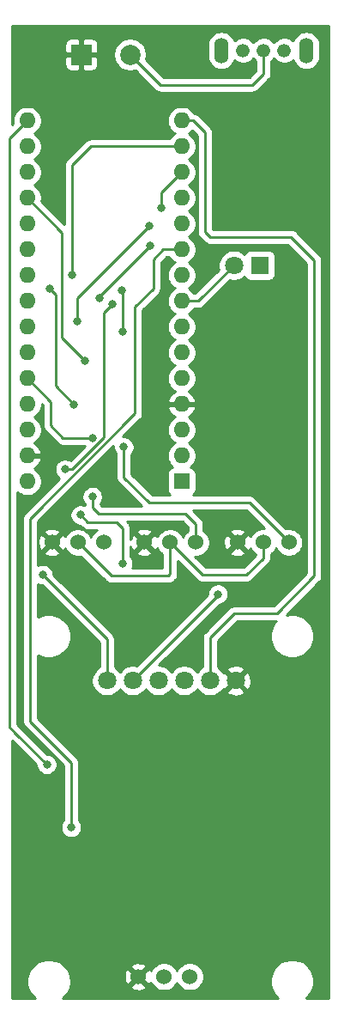
<source format=gbr>
%TF.GenerationSoftware,KiCad,Pcbnew,(5.1.12)-1*%
%TF.CreationDate,2023-05-17T18:58:12-04:00*%
%TF.ProjectId,Final_Design,46696e61-6c5f-4446-9573-69676e2e6b69,rev?*%
%TF.SameCoordinates,Original*%
%TF.FileFunction,Copper,L1,Top*%
%TF.FilePolarity,Positive*%
%FSLAX46Y46*%
G04 Gerber Fmt 4.6, Leading zero omitted, Abs format (unit mm)*
G04 Created by KiCad (PCBNEW (5.1.12)-1) date 2023-05-17 18:58:12*
%MOMM*%
%LPD*%
G01*
G04 APERTURE LIST*
%TA.AperFunction,ComponentPad*%
%ADD10C,2.000000*%
%TD*%
%TA.AperFunction,ComponentPad*%
%ADD11R,2.000000X2.000000*%
%TD*%
%TA.AperFunction,ComponentPad*%
%ADD12C,1.800000*%
%TD*%
%TA.AperFunction,ComponentPad*%
%ADD13R,1.800000X1.800000*%
%TD*%
%TA.AperFunction,ComponentPad*%
%ADD14C,1.324000*%
%TD*%
%TA.AperFunction,ComponentPad*%
%ADD15O,1.424000X2.524000*%
%TD*%
%TA.AperFunction,ComponentPad*%
%ADD16O,1.600000X1.600000*%
%TD*%
%TA.AperFunction,ComponentPad*%
%ADD17R,1.600000X1.600000*%
%TD*%
%TA.AperFunction,ComponentPad*%
%ADD18C,1.524000*%
%TD*%
%TA.AperFunction,ViaPad*%
%ADD19C,0.800000*%
%TD*%
%TA.AperFunction,Conductor*%
%ADD20C,0.250000*%
%TD*%
%TA.AperFunction,Conductor*%
%ADD21C,0.254000*%
%TD*%
%TA.AperFunction,Conductor*%
%ADD22C,0.100000*%
%TD*%
G04 APERTURE END LIST*
D10*
%TO.P,U1,1*%
%TO.N,Net-(U1-Pad1)*%
X109510000Y-30530000D03*
D11*
%TO.P,U1,2*%
%TO.N,GND*%
X104700000Y-30530000D03*
%TD*%
D12*
%TO.P,LED,2*%
%TO.N,Net-(A1-Pad8)*%
X119760000Y-51300000D03*
D13*
%TO.P,LED,1*%
%TO.N,Net-(D1-Pad1)*%
X122300000Y-51300000D03*
%TD*%
D14*
%TO.P,U3,1*%
%TO.N,Net-(U3-Pad1)*%
X124732000Y-30120000D03*
%TO.P,U3,2*%
%TO.N,Net-(U1-Pad1)*%
X122700000Y-30120000D03*
%TO.P,U3,3*%
%TO.N,Net-(A1-Pad30)*%
X120668000Y-30120000D03*
D15*
%TO.P,U3,4*%
%TO.N,N/C*%
X126891000Y-30120000D03*
%TO.P,U3,5*%
X118509000Y-30120000D03*
%TD*%
D16*
%TO.P,A1,16*%
%TO.N,Net-(A1-Pad16)*%
X99360000Y-37040000D03*
%TO.P,A1,15*%
%TO.N,Net-(A1-Pad15)*%
X114600000Y-37040000D03*
%TO.P,A1,30*%
%TO.N,Net-(A1-Pad30)*%
X99360000Y-72600000D03*
%TO.P,A1,14*%
%TO.N,Net-(A1-Pad14)*%
X114600000Y-39580000D03*
%TO.P,A1,29*%
%TO.N,GND*%
X99360000Y-70060000D03*
%TO.P,A1,13*%
%TO.N,Net-(A1-Pad13)*%
X114600000Y-42120000D03*
%TO.P,A1,28*%
%TO.N,Net-(A1-Pad28)*%
X99360000Y-67520000D03*
%TO.P,A1,12*%
%TO.N,Net-(A1-Pad12)*%
X114600000Y-44660000D03*
%TO.P,A1,27*%
%TO.N,Net-(A1-Pad27)*%
X99360000Y-64980000D03*
%TO.P,A1,11*%
%TO.N,Net-(A1-Pad11)*%
X114600000Y-47200000D03*
%TO.P,A1,26*%
%TO.N,Net-(A1-Pad26)*%
X99360000Y-62440000D03*
%TO.P,A1,10*%
%TO.N,Net-(A1-Pad10)*%
X114600000Y-49740000D03*
%TO.P,A1,25*%
%TO.N,Net-(A1-Pad25)*%
X99360000Y-59900000D03*
%TO.P,A1,9*%
%TO.N,Net-(A1-Pad9)*%
X114600000Y-52280000D03*
%TO.P,A1,24*%
%TO.N,Net-(A1-Pad24)*%
X99360000Y-57360000D03*
%TO.P,A1,8*%
%TO.N,Net-(A1-Pad8)*%
X114600000Y-54820000D03*
%TO.P,A1,23*%
%TO.N,Net-(A1-Pad23)*%
X99360000Y-54820000D03*
%TO.P,A1,7*%
%TO.N,Net-(A1-Pad7)*%
X114600000Y-57360000D03*
%TO.P,A1,22*%
%TO.N,Net-(A1-Pad22)*%
X99360000Y-52280000D03*
%TO.P,A1,6*%
%TO.N,Net-(A1-Pad6)*%
X114600000Y-59900000D03*
%TO.P,A1,21*%
%TO.N,Net-(A1-Pad21)*%
X99360000Y-49740000D03*
%TO.P,A1,5*%
%TO.N,Net-(A1-Pad5)*%
X114600000Y-62440000D03*
%TO.P,A1,20*%
%TO.N,Net-(A1-Pad20)*%
X99360000Y-47200000D03*
%TO.P,A1,4*%
%TO.N,GND*%
X114600000Y-64980000D03*
%TO.P,A1,19*%
%TO.N,Net-(A1-Pad19)*%
X99360000Y-44660000D03*
%TO.P,A1,3*%
%TO.N,Net-(A1-Pad3)*%
X114600000Y-67520000D03*
%TO.P,A1,18*%
%TO.N,Net-(A1-Pad18)*%
X99360000Y-42120000D03*
%TO.P,A1,2*%
%TO.N,Net-(A1-Pad2)*%
X114600000Y-70060000D03*
%TO.P,A1,17*%
%TO.N,Net-(A1-Pad17)*%
X99360000Y-39580000D03*
D17*
%TO.P,A1,1*%
%TO.N,Net-(A1-Pad1)*%
X114600000Y-72600000D03*
%TD*%
D12*
%TO.P,U2,6*%
%TO.N,GND*%
X119930000Y-92230000D03*
%TO.P,U2,5*%
%TO.N,Net-(A1-Pad15)*%
X117390000Y-92230000D03*
%TO.P,U2,4*%
%TO.N,Net-(A1-Pad16)*%
X114850000Y-92230000D03*
%TO.P,U2,3*%
%TO.N,Net-(A1-Pad14)*%
X112310000Y-92230000D03*
%TO.P,U2,2*%
%TO.N,Net-(A1-Pad13)*%
X109770000Y-92230000D03*
%TO.P,U2,1*%
%TO.N,Net-(A1-Pad17)*%
X107230000Y-92230000D03*
%TD*%
D18*
%TO.P,U4,3*%
%TO.N,Net-(A1-Pad19)*%
X106900000Y-78610000D03*
%TO.P,U4,2*%
%TO.N,Net-(A1-Pad27)*%
X104360000Y-78610000D03*
%TO.P,U4,1*%
%TO.N,GND*%
X101820000Y-78610000D03*
%TD*%
%TO.P,U5,3*%
%TO.N,Net-(A1-Pad20)*%
X125200000Y-78610000D03*
%TO.P,U5,2*%
%TO.N,Net-(A1-Pad27)*%
X122660000Y-78610000D03*
%TO.P,U5,1*%
%TO.N,GND*%
X120120000Y-78610000D03*
%TD*%
%TO.P,U7,3*%
%TO.N,Net-(A1-Pad26)*%
X116000000Y-78610000D03*
%TO.P,U7,2*%
%TO.N,Net-(A1-Pad27)*%
X113460000Y-78610000D03*
%TO.P,U7,1*%
%TO.N,GND*%
X110920000Y-78610000D03*
%TD*%
%TO.P,U8,3*%
%TO.N,Net-(A1-Pad10)*%
X115400000Y-121410000D03*
%TO.P,U8,2*%
%TO.N,Net-(A1-Pad27)*%
X112860000Y-121410000D03*
%TO.P,U8,1*%
%TO.N,GND*%
X110320000Y-121410000D03*
%TD*%
D19*
%TO.N,Net-(A1-Pad17)*%
X100900000Y-81800000D03*
X103100000Y-71400000D03*
X107800000Y-55100000D03*
%TO.N,Net-(A1-Pad19)*%
X105100000Y-60700000D03*
%TO.N,GND*%
X101700000Y-29000000D03*
X106600000Y-31800000D03*
X101500000Y-34500000D03*
X114000000Y-28800000D03*
X101700000Y-44100000D03*
X114100000Y-31200000D03*
X126500000Y-57400000D03*
X118100000Y-71800000D03*
X109100000Y-74600000D03*
X113600000Y-84800000D03*
X107800000Y-86000000D03*
X125800000Y-96200000D03*
X101600000Y-94500000D03*
X118800000Y-107100000D03*
X99400000Y-118500000D03*
X123300000Y-119500000D03*
X120700000Y-121900000D03*
X126800000Y-117100000D03*
X112100000Y-61600000D03*
X126100000Y-75200000D03*
X127700000Y-48300000D03*
X99600000Y-32100000D03*
%TO.N,Net-(A1-Pad20)*%
X108900000Y-69200000D03*
X108800000Y-57800000D03*
X108700000Y-53800000D03*
%TO.N,Net-(A1-Pad23)*%
X111500000Y-49400000D03*
X106500000Y-54500000D03*
%TO.N,Net-(A1-Pad24)*%
X111400000Y-47400000D03*
X104300000Y-56800000D03*
%TO.N,Net-(A1-Pad10)*%
X103700000Y-106700000D03*
%TO.N,Net-(A1-Pad26)*%
X105800000Y-68300000D03*
X105800000Y-74100000D03*
%TO.N,Net-(A1-Pad13)*%
X118200000Y-83700000D03*
X112600000Y-45600000D03*
%TO.N,Net-(A1-Pad14)*%
X103800000Y-52200000D03*
X101600000Y-53600000D03*
X104000000Y-65000000D03*
X104600000Y-75900000D03*
X108800000Y-80700000D03*
%TO.N,Net-(A1-Pad16)*%
X101300000Y-100500000D03*
%TD*%
D20*
%TO.N,Net-(A1-Pad17)*%
X107230000Y-88130000D02*
X100900000Y-81800000D01*
X107230000Y-92230000D02*
X107230000Y-88130000D01*
X103773002Y-71400000D02*
X106900000Y-68273002D01*
X103100000Y-71400000D02*
X103773002Y-71400000D01*
X106900000Y-56000000D02*
X107800000Y-55100000D01*
X106900000Y-68273002D02*
X106900000Y-56000000D01*
%TO.N,Net-(A1-Pad19)*%
X105100000Y-60700000D02*
X102800000Y-58400000D01*
X102800000Y-48100000D02*
X99360000Y-44660000D01*
X102800000Y-58400000D02*
X102800000Y-48100000D01*
%TO.N,Net-(A1-Pad20)*%
X125200000Y-78610000D02*
X121290000Y-74700000D01*
X121290000Y-74700000D02*
X111400000Y-74700000D01*
X108900000Y-72200000D02*
X108900000Y-69200000D01*
X111400000Y-74700000D02*
X108900000Y-72200000D01*
X108800000Y-53900000D02*
X108700000Y-53800000D01*
X108800000Y-57800000D02*
X108800000Y-53900000D01*
%TO.N,Net-(A1-Pad23)*%
X106500000Y-54400000D02*
X106500000Y-54500000D01*
X111500000Y-49400000D02*
X106500000Y-54400000D01*
%TO.N,Net-(A1-Pad8)*%
X116240000Y-54820000D02*
X119760000Y-51300000D01*
X114600000Y-54820000D02*
X116240000Y-54820000D01*
%TO.N,Net-(A1-Pad24)*%
X104300000Y-54500000D02*
X104300000Y-56800000D01*
X111400000Y-47400000D02*
X104300000Y-54500000D01*
%TO.N,Net-(A1-Pad10)*%
X103700000Y-106700000D02*
X103700000Y-100300000D01*
X99644263Y-96244263D02*
X99644263Y-76255737D01*
X103700000Y-100300000D02*
X99644263Y-96244263D01*
X99644263Y-76255737D02*
X110000000Y-65900000D01*
X110000000Y-65900000D02*
X110000000Y-55400000D01*
X110000000Y-55400000D02*
X111800000Y-53600000D01*
X111800000Y-53600000D02*
X111800000Y-50700000D01*
X112760000Y-49740000D02*
X114600000Y-49740000D01*
X111800000Y-50700000D02*
X112760000Y-49740000D01*
%TO.N,Net-(A1-Pad26)*%
X106400000Y-75800000D02*
X115000000Y-75800000D01*
X116000000Y-76800000D02*
X116000000Y-78610000D01*
X115000000Y-75800000D02*
X116000000Y-76800000D01*
X105800000Y-75200000D02*
X106400000Y-75800000D01*
X105800000Y-74100000D02*
X105800000Y-75200000D01*
X99360000Y-62440000D02*
X101700000Y-64780000D01*
X101700000Y-64780000D02*
X101700000Y-67100000D01*
X102900000Y-68300000D02*
X105800000Y-68300000D01*
X101700000Y-67100000D02*
X102900000Y-68300000D01*
%TO.N,Net-(A1-Pad27)*%
X122660000Y-78610000D02*
X122660000Y-80140000D01*
X122660000Y-80140000D02*
X121000000Y-81800000D01*
X116650000Y-81800000D02*
X113460000Y-78610000D01*
X121000000Y-81800000D02*
X116650000Y-81800000D01*
X113460000Y-78610000D02*
X113460000Y-81740000D01*
X113460000Y-81740000D02*
X113300000Y-81900000D01*
X107650000Y-81900000D02*
X104360000Y-78610000D01*
X113300000Y-81900000D02*
X107650000Y-81900000D01*
%TO.N,Net-(A1-Pad13)*%
X118200000Y-83800000D02*
X118200000Y-83700000D01*
X109770000Y-92230000D02*
X118200000Y-83800000D01*
X112600000Y-44120000D02*
X114600000Y-42120000D01*
X112600000Y-45600000D02*
X112600000Y-44120000D01*
%TO.N,Net-(A1-Pad14)*%
X102150009Y-63150009D02*
X104000000Y-65000000D01*
X102150009Y-54150009D02*
X102150009Y-63150009D01*
X101600000Y-53600000D02*
X102150009Y-54150009D01*
X104600000Y-75900000D02*
X105300000Y-76600000D01*
X105300000Y-76600000D02*
X108200000Y-76600000D01*
X108800000Y-77200000D02*
X108800000Y-80700000D01*
X108200000Y-76600000D02*
X108800000Y-77200000D01*
X105620000Y-39580000D02*
X114600000Y-39580000D01*
X103800000Y-41400000D02*
X105620000Y-39580000D01*
X103800000Y-52200000D02*
X103800000Y-41400000D01*
%TO.N,Net-(A1-Pad15)*%
X114600000Y-37040000D02*
X115740000Y-37040000D01*
X116900000Y-38200000D02*
X116900000Y-48000000D01*
X115740000Y-37040000D02*
X116900000Y-38200000D01*
X116900000Y-48000000D02*
X117400000Y-48500000D01*
X117400000Y-48500000D02*
X125400000Y-48500000D01*
X125400000Y-48500000D02*
X127700000Y-50800000D01*
X127700000Y-50800000D02*
X127700000Y-81900000D01*
X127700000Y-81900000D02*
X124000000Y-85600000D01*
X124000000Y-85600000D02*
X119800000Y-85600000D01*
X117390000Y-88010000D02*
X117390000Y-92230000D01*
X119800000Y-85600000D02*
X117390000Y-88010000D01*
%TO.N,Net-(A1-Pad16)*%
X98234999Y-97434999D02*
X101300000Y-100500000D01*
X99360000Y-37040000D02*
X97600000Y-38800000D01*
X97600000Y-96800000D02*
X98234999Y-97434999D01*
X97600000Y-38800000D02*
X97600000Y-96800000D01*
%TO.N,Net-(U1-Pad1)*%
X109200000Y-30200000D02*
X112500000Y-33500000D01*
X112500000Y-33500000D02*
X121600000Y-33500000D01*
X122700000Y-32400000D02*
X122700000Y-30120000D01*
X121600000Y-33500000D02*
X122700000Y-32400000D01*
%TD*%
D21*
%TO.N,GND*%
X129140000Y-29767581D02*
X129140000Y-29767582D01*
X129140001Y-123540000D01*
X126875738Y-123540000D01*
X126882977Y-123535163D01*
X127185163Y-123232977D01*
X127422588Y-122877645D01*
X127586130Y-122482821D01*
X127669503Y-122063677D01*
X127669503Y-121636323D01*
X127586130Y-121217179D01*
X127422588Y-120822355D01*
X127185163Y-120467023D01*
X126882977Y-120164837D01*
X126527645Y-119927412D01*
X126132821Y-119763870D01*
X125713677Y-119680497D01*
X125286323Y-119680497D01*
X124867179Y-119763870D01*
X124472355Y-119927412D01*
X124117023Y-120164837D01*
X123814837Y-120467023D01*
X123577412Y-120822355D01*
X123413870Y-121217179D01*
X123330497Y-121636323D01*
X123330497Y-122063677D01*
X123413870Y-122482821D01*
X123577412Y-122877645D01*
X123814837Y-123232977D01*
X124117023Y-123535163D01*
X124124262Y-123540000D01*
X102875738Y-123540000D01*
X102882977Y-123535163D01*
X103185163Y-123232977D01*
X103422588Y-122877645D01*
X103586130Y-122482821D01*
X103607464Y-122375565D01*
X109534040Y-122375565D01*
X109601020Y-122615656D01*
X109850048Y-122732756D01*
X110117135Y-122799023D01*
X110392017Y-122811910D01*
X110664133Y-122770922D01*
X110923023Y-122677636D01*
X111038980Y-122615656D01*
X111105960Y-122375565D01*
X110320000Y-121589605D01*
X109534040Y-122375565D01*
X103607464Y-122375565D01*
X103669503Y-122063677D01*
X103669503Y-121636323D01*
X103638810Y-121482017D01*
X108918090Y-121482017D01*
X108959078Y-121754133D01*
X109052364Y-122013023D01*
X109114344Y-122128980D01*
X109354435Y-122195960D01*
X110140395Y-121410000D01*
X110499605Y-121410000D01*
X111285565Y-122195960D01*
X111525656Y-122128980D01*
X111589485Y-121993240D01*
X111621995Y-122071727D01*
X111774880Y-122300535D01*
X111969465Y-122495120D01*
X112198273Y-122648005D01*
X112452510Y-122753314D01*
X112722408Y-122807000D01*
X112997592Y-122807000D01*
X113267490Y-122753314D01*
X113521727Y-122648005D01*
X113750535Y-122495120D01*
X113945120Y-122300535D01*
X114098005Y-122071727D01*
X114130000Y-121994485D01*
X114161995Y-122071727D01*
X114314880Y-122300535D01*
X114509465Y-122495120D01*
X114738273Y-122648005D01*
X114992510Y-122753314D01*
X115262408Y-122807000D01*
X115537592Y-122807000D01*
X115807490Y-122753314D01*
X116061727Y-122648005D01*
X116290535Y-122495120D01*
X116485120Y-122300535D01*
X116638005Y-122071727D01*
X116743314Y-121817490D01*
X116797000Y-121547592D01*
X116797000Y-121272408D01*
X116743314Y-121002510D01*
X116638005Y-120748273D01*
X116485120Y-120519465D01*
X116290535Y-120324880D01*
X116061727Y-120171995D01*
X115807490Y-120066686D01*
X115537592Y-120013000D01*
X115262408Y-120013000D01*
X114992510Y-120066686D01*
X114738273Y-120171995D01*
X114509465Y-120324880D01*
X114314880Y-120519465D01*
X114161995Y-120748273D01*
X114130000Y-120825515D01*
X114098005Y-120748273D01*
X113945120Y-120519465D01*
X113750535Y-120324880D01*
X113521727Y-120171995D01*
X113267490Y-120066686D01*
X112997592Y-120013000D01*
X112722408Y-120013000D01*
X112452510Y-120066686D01*
X112198273Y-120171995D01*
X111969465Y-120324880D01*
X111774880Y-120519465D01*
X111621995Y-120748273D01*
X111592308Y-120819943D01*
X111587636Y-120806977D01*
X111525656Y-120691020D01*
X111285565Y-120624040D01*
X110499605Y-121410000D01*
X110140395Y-121410000D01*
X109354435Y-120624040D01*
X109114344Y-120691020D01*
X108997244Y-120940048D01*
X108930977Y-121207135D01*
X108918090Y-121482017D01*
X103638810Y-121482017D01*
X103586130Y-121217179D01*
X103422588Y-120822355D01*
X103185163Y-120467023D01*
X103162575Y-120444435D01*
X109534040Y-120444435D01*
X110320000Y-121230395D01*
X111105960Y-120444435D01*
X111038980Y-120204344D01*
X110789952Y-120087244D01*
X110522865Y-120020977D01*
X110247983Y-120008090D01*
X109975867Y-120049078D01*
X109716977Y-120142364D01*
X109601020Y-120204344D01*
X109534040Y-120444435D01*
X103162575Y-120444435D01*
X102882977Y-120164837D01*
X102527645Y-119927412D01*
X102132821Y-119763870D01*
X101713677Y-119680497D01*
X101286323Y-119680497D01*
X100867179Y-119763870D01*
X100472355Y-119927412D01*
X100117023Y-120164837D01*
X99814837Y-120467023D01*
X99577412Y-120822355D01*
X99413870Y-121217179D01*
X99330497Y-121636323D01*
X99330497Y-122063677D01*
X99413870Y-122482821D01*
X99577412Y-122877645D01*
X99814837Y-123232977D01*
X100117023Y-123535163D01*
X100124262Y-123540000D01*
X97860000Y-123540000D01*
X97860000Y-98134801D01*
X100265000Y-100539802D01*
X100265000Y-100601939D01*
X100304774Y-100801898D01*
X100382795Y-100990256D01*
X100496063Y-101159774D01*
X100640226Y-101303937D01*
X100809744Y-101417205D01*
X100998102Y-101495226D01*
X101198061Y-101535000D01*
X101401939Y-101535000D01*
X101601898Y-101495226D01*
X101790256Y-101417205D01*
X101959774Y-101303937D01*
X102103937Y-101159774D01*
X102217205Y-100990256D01*
X102295226Y-100801898D01*
X102335000Y-100601939D01*
X102335000Y-100398061D01*
X102295226Y-100198102D01*
X102217205Y-100009744D01*
X102103937Y-99840226D01*
X101959774Y-99696063D01*
X101790256Y-99582795D01*
X101601898Y-99504774D01*
X101401939Y-99465000D01*
X101339802Y-99465000D01*
X98798802Y-96924001D01*
X98798798Y-96923996D01*
X98360000Y-96485199D01*
X98360000Y-73629396D01*
X98445241Y-73714637D01*
X98680273Y-73871680D01*
X98941426Y-73979853D01*
X99218665Y-74035000D01*
X99501335Y-74035000D01*
X99778574Y-73979853D01*
X100039727Y-73871680D01*
X100274759Y-73714637D01*
X100474637Y-73514759D01*
X100631680Y-73279727D01*
X100739853Y-73018574D01*
X100795000Y-72741335D01*
X100795000Y-72458665D01*
X100739853Y-72181426D01*
X100631680Y-71920273D01*
X100474637Y-71685241D01*
X100274759Y-71485363D01*
X100039727Y-71328320D01*
X100029135Y-71323933D01*
X100215131Y-71212385D01*
X100423519Y-71023414D01*
X100591037Y-70797420D01*
X100711246Y-70543087D01*
X100751904Y-70409039D01*
X100629915Y-70187000D01*
X99487000Y-70187000D01*
X99487000Y-70207000D01*
X99233000Y-70207000D01*
X99233000Y-70187000D01*
X99213000Y-70187000D01*
X99213000Y-69933000D01*
X99233000Y-69933000D01*
X99233000Y-69913000D01*
X99487000Y-69913000D01*
X99487000Y-69933000D01*
X100629915Y-69933000D01*
X100751904Y-69710961D01*
X100711246Y-69576913D01*
X100591037Y-69322580D01*
X100423519Y-69096586D01*
X100215131Y-68907615D01*
X100029135Y-68796067D01*
X100039727Y-68791680D01*
X100274759Y-68634637D01*
X100474637Y-68434759D01*
X100631680Y-68199727D01*
X100739853Y-67938574D01*
X100795000Y-67661335D01*
X100795000Y-67378665D01*
X100739853Y-67101426D01*
X100631680Y-66840273D01*
X100474637Y-66605241D01*
X100274759Y-66405363D01*
X100042241Y-66250000D01*
X100274759Y-66094637D01*
X100474637Y-65894759D01*
X100631680Y-65659727D01*
X100739853Y-65398574D01*
X100795000Y-65121335D01*
X100795000Y-64949802D01*
X100940000Y-65094802D01*
X100940001Y-67062668D01*
X100936324Y-67100000D01*
X100950998Y-67248985D01*
X100994454Y-67392246D01*
X101065026Y-67524276D01*
X101136201Y-67611002D01*
X101160000Y-67640001D01*
X101188998Y-67663799D01*
X102336201Y-68811003D01*
X102359999Y-68840001D01*
X102475724Y-68934974D01*
X102607753Y-69005546D01*
X102751014Y-69049003D01*
X102862667Y-69060000D01*
X102862676Y-69060000D01*
X102899999Y-69063676D01*
X102937322Y-69060000D01*
X105038200Y-69060000D01*
X103605332Y-70492869D01*
X103590256Y-70482795D01*
X103401898Y-70404774D01*
X103201939Y-70365000D01*
X102998061Y-70365000D01*
X102798102Y-70404774D01*
X102609744Y-70482795D01*
X102440226Y-70596063D01*
X102296063Y-70740226D01*
X102182795Y-70909744D01*
X102104774Y-71098102D01*
X102065000Y-71298061D01*
X102065000Y-71501939D01*
X102104774Y-71701898D01*
X102182795Y-71890256D01*
X102296063Y-72059774D01*
X102440226Y-72203937D01*
X102548749Y-72276450D01*
X99133261Y-75691938D01*
X99104263Y-75715736D01*
X99080465Y-75744734D01*
X99080464Y-75744735D01*
X99009289Y-75831461D01*
X98938717Y-75963491D01*
X98895261Y-76106752D01*
X98880587Y-76255737D01*
X98884264Y-76293070D01*
X98884263Y-96206941D01*
X98880587Y-96244263D01*
X98884263Y-96281585D01*
X98884263Y-96281595D01*
X98895260Y-96393248D01*
X98938717Y-96536509D01*
X99009289Y-96668539D01*
X99023617Y-96685997D01*
X99104262Y-96784264D01*
X99133266Y-96808067D01*
X102940001Y-100614803D01*
X102940000Y-105996289D01*
X102896063Y-106040226D01*
X102782795Y-106209744D01*
X102704774Y-106398102D01*
X102665000Y-106598061D01*
X102665000Y-106801939D01*
X102704774Y-107001898D01*
X102782795Y-107190256D01*
X102896063Y-107359774D01*
X103040226Y-107503937D01*
X103209744Y-107617205D01*
X103398102Y-107695226D01*
X103598061Y-107735000D01*
X103801939Y-107735000D01*
X104001898Y-107695226D01*
X104190256Y-107617205D01*
X104359774Y-107503937D01*
X104503937Y-107359774D01*
X104617205Y-107190256D01*
X104695226Y-107001898D01*
X104735000Y-106801939D01*
X104735000Y-106598061D01*
X104695226Y-106398102D01*
X104617205Y-106209744D01*
X104503937Y-106040226D01*
X104460000Y-105996289D01*
X104460000Y-100337322D01*
X104463676Y-100299999D01*
X104460000Y-100262676D01*
X104460000Y-100262667D01*
X104449003Y-100151014D01*
X104405546Y-100007753D01*
X104334974Y-99875724D01*
X104240001Y-99759999D01*
X104211003Y-99736201D01*
X100404263Y-95929462D01*
X100404263Y-89727090D01*
X100472355Y-89772588D01*
X100867179Y-89936130D01*
X101286323Y-90019503D01*
X101713677Y-90019503D01*
X102132821Y-89936130D01*
X102527645Y-89772588D01*
X102882977Y-89535163D01*
X103185163Y-89232977D01*
X103422588Y-88877645D01*
X103586130Y-88482821D01*
X103669503Y-88063677D01*
X103669503Y-87636323D01*
X103586130Y-87217179D01*
X103422588Y-86822355D01*
X103185163Y-86467023D01*
X102882977Y-86164837D01*
X102527645Y-85927412D01*
X102132821Y-85763870D01*
X101713677Y-85680497D01*
X101286323Y-85680497D01*
X100867179Y-85763870D01*
X100472355Y-85927412D01*
X100404263Y-85972910D01*
X100404263Y-82713543D01*
X100409744Y-82717205D01*
X100598102Y-82795226D01*
X100798061Y-82835000D01*
X100860199Y-82835000D01*
X106470001Y-88444803D01*
X106470000Y-90891687D01*
X106251495Y-91037688D01*
X106037688Y-91251495D01*
X105869701Y-91502905D01*
X105753989Y-91782257D01*
X105695000Y-92078816D01*
X105695000Y-92381184D01*
X105753989Y-92677743D01*
X105869701Y-92957095D01*
X106037688Y-93208505D01*
X106251495Y-93422312D01*
X106502905Y-93590299D01*
X106782257Y-93706011D01*
X107078816Y-93765000D01*
X107381184Y-93765000D01*
X107677743Y-93706011D01*
X107957095Y-93590299D01*
X108208505Y-93422312D01*
X108422312Y-93208505D01*
X108500000Y-93092237D01*
X108577688Y-93208505D01*
X108791495Y-93422312D01*
X109042905Y-93590299D01*
X109322257Y-93706011D01*
X109618816Y-93765000D01*
X109921184Y-93765000D01*
X110217743Y-93706011D01*
X110497095Y-93590299D01*
X110748505Y-93422312D01*
X110962312Y-93208505D01*
X111040000Y-93092237D01*
X111117688Y-93208505D01*
X111331495Y-93422312D01*
X111582905Y-93590299D01*
X111862257Y-93706011D01*
X112158816Y-93765000D01*
X112461184Y-93765000D01*
X112757743Y-93706011D01*
X113037095Y-93590299D01*
X113288505Y-93422312D01*
X113502312Y-93208505D01*
X113580000Y-93092237D01*
X113657688Y-93208505D01*
X113871495Y-93422312D01*
X114122905Y-93590299D01*
X114402257Y-93706011D01*
X114698816Y-93765000D01*
X115001184Y-93765000D01*
X115297743Y-93706011D01*
X115577095Y-93590299D01*
X115828505Y-93422312D01*
X116042312Y-93208505D01*
X116120000Y-93092237D01*
X116197688Y-93208505D01*
X116411495Y-93422312D01*
X116662905Y-93590299D01*
X116942257Y-93706011D01*
X117238816Y-93765000D01*
X117541184Y-93765000D01*
X117837743Y-93706011D01*
X118117095Y-93590299D01*
X118368505Y-93422312D01*
X118496737Y-93294080D01*
X119045525Y-93294080D01*
X119129208Y-93548261D01*
X119401775Y-93679158D01*
X119694642Y-93754365D01*
X119996553Y-93770991D01*
X120295907Y-93728397D01*
X120581199Y-93628222D01*
X120730792Y-93548261D01*
X120814475Y-93294080D01*
X119930000Y-92409605D01*
X119045525Y-93294080D01*
X118496737Y-93294080D01*
X118582312Y-93208505D01*
X118684951Y-93054895D01*
X118865920Y-93114475D01*
X119750395Y-92230000D01*
X120109605Y-92230000D01*
X120994080Y-93114475D01*
X121248261Y-93030792D01*
X121379158Y-92758225D01*
X121454365Y-92465358D01*
X121470991Y-92163447D01*
X121428397Y-91864093D01*
X121328222Y-91578801D01*
X121248261Y-91429208D01*
X120994080Y-91345525D01*
X120109605Y-92230000D01*
X119750395Y-92230000D01*
X118865920Y-91345525D01*
X118684951Y-91405105D01*
X118582312Y-91251495D01*
X118496737Y-91165920D01*
X119045525Y-91165920D01*
X119930000Y-92050395D01*
X120814475Y-91165920D01*
X120730792Y-90911739D01*
X120458225Y-90780842D01*
X120165358Y-90705635D01*
X119863447Y-90689009D01*
X119564093Y-90731603D01*
X119278801Y-90831778D01*
X119129208Y-90911739D01*
X119045525Y-91165920D01*
X118496737Y-91165920D01*
X118368505Y-91037688D01*
X118150000Y-90891687D01*
X118150000Y-88324801D01*
X120114802Y-86360000D01*
X123921860Y-86360000D01*
X123814837Y-86467023D01*
X123577412Y-86822355D01*
X123413870Y-87217179D01*
X123330497Y-87636323D01*
X123330497Y-88063677D01*
X123413870Y-88482821D01*
X123577412Y-88877645D01*
X123814837Y-89232977D01*
X124117023Y-89535163D01*
X124472355Y-89772588D01*
X124867179Y-89936130D01*
X125286323Y-90019503D01*
X125713677Y-90019503D01*
X126132821Y-89936130D01*
X126527645Y-89772588D01*
X126882977Y-89535163D01*
X127185163Y-89232977D01*
X127422588Y-88877645D01*
X127586130Y-88482821D01*
X127669503Y-88063677D01*
X127669503Y-87636323D01*
X127586130Y-87217179D01*
X127422588Y-86822355D01*
X127185163Y-86467023D01*
X126882977Y-86164837D01*
X126527645Y-85927412D01*
X126132821Y-85763870D01*
X125713677Y-85680497D01*
X125286323Y-85680497D01*
X124921795Y-85753006D01*
X128211003Y-82463799D01*
X128240001Y-82440001D01*
X128334974Y-82324276D01*
X128405546Y-82192247D01*
X128449003Y-82048986D01*
X128460000Y-81937333D01*
X128460000Y-81937324D01*
X128463676Y-81900001D01*
X128460000Y-81862678D01*
X128460000Y-50837322D01*
X128463676Y-50799999D01*
X128460000Y-50762676D01*
X128460000Y-50762667D01*
X128449003Y-50651014D01*
X128405546Y-50507753D01*
X128334974Y-50375724D01*
X128240001Y-50259999D01*
X128211004Y-50236202D01*
X125963804Y-47989003D01*
X125940001Y-47959999D01*
X125824276Y-47865026D01*
X125692247Y-47794454D01*
X125548986Y-47750997D01*
X125437333Y-47740000D01*
X125437322Y-47740000D01*
X125400000Y-47736324D01*
X125362678Y-47740000D01*
X117714801Y-47740000D01*
X117660000Y-47685199D01*
X117660000Y-38237325D01*
X117663676Y-38200000D01*
X117660000Y-38162675D01*
X117660000Y-38162667D01*
X117649003Y-38051014D01*
X117605546Y-37907753D01*
X117534974Y-37775724D01*
X117440001Y-37659999D01*
X117411004Y-37636202D01*
X116303804Y-36529003D01*
X116280001Y-36499999D01*
X116164276Y-36405026D01*
X116032247Y-36334454D01*
X115888986Y-36290997D01*
X115820911Y-36284292D01*
X115714637Y-36125241D01*
X115514759Y-35925363D01*
X115279727Y-35768320D01*
X115018574Y-35660147D01*
X114741335Y-35605000D01*
X114458665Y-35605000D01*
X114181426Y-35660147D01*
X113920273Y-35768320D01*
X113685241Y-35925363D01*
X113485363Y-36125241D01*
X113328320Y-36360273D01*
X113220147Y-36621426D01*
X113165000Y-36898665D01*
X113165000Y-37181335D01*
X113220147Y-37458574D01*
X113328320Y-37719727D01*
X113485363Y-37954759D01*
X113685241Y-38154637D01*
X113917759Y-38310000D01*
X113685241Y-38465363D01*
X113485363Y-38665241D01*
X113381957Y-38820000D01*
X105657325Y-38820000D01*
X105620000Y-38816324D01*
X105582675Y-38820000D01*
X105582667Y-38820000D01*
X105471014Y-38830997D01*
X105327753Y-38874454D01*
X105195724Y-38945026D01*
X105079999Y-39039999D01*
X105056201Y-39068997D01*
X103288998Y-40836201D01*
X103260000Y-40859999D01*
X103236202Y-40888997D01*
X103236201Y-40888998D01*
X103165026Y-40975724D01*
X103094454Y-41107754D01*
X103050998Y-41251015D01*
X103036324Y-41400000D01*
X103040001Y-41437332D01*
X103040000Y-47265199D01*
X100758688Y-44983887D01*
X100795000Y-44801335D01*
X100795000Y-44518665D01*
X100739853Y-44241426D01*
X100631680Y-43980273D01*
X100474637Y-43745241D01*
X100274759Y-43545363D01*
X100042241Y-43390000D01*
X100274759Y-43234637D01*
X100474637Y-43034759D01*
X100631680Y-42799727D01*
X100739853Y-42538574D01*
X100795000Y-42261335D01*
X100795000Y-41978665D01*
X100739853Y-41701426D01*
X100631680Y-41440273D01*
X100474637Y-41205241D01*
X100274759Y-41005363D01*
X100042241Y-40850000D01*
X100274759Y-40694637D01*
X100474637Y-40494759D01*
X100631680Y-40259727D01*
X100739853Y-39998574D01*
X100795000Y-39721335D01*
X100795000Y-39438665D01*
X100739853Y-39161426D01*
X100631680Y-38900273D01*
X100474637Y-38665241D01*
X100274759Y-38465363D01*
X100042241Y-38310000D01*
X100274759Y-38154637D01*
X100474637Y-37954759D01*
X100631680Y-37719727D01*
X100739853Y-37458574D01*
X100795000Y-37181335D01*
X100795000Y-36898665D01*
X100739853Y-36621426D01*
X100631680Y-36360273D01*
X100474637Y-36125241D01*
X100274759Y-35925363D01*
X100039727Y-35768320D01*
X99778574Y-35660147D01*
X99501335Y-35605000D01*
X99218665Y-35605000D01*
X98941426Y-35660147D01*
X98680273Y-35768320D01*
X98445241Y-35925363D01*
X98245363Y-36125241D01*
X98088320Y-36360273D01*
X97980147Y-36621426D01*
X97925000Y-36898665D01*
X97925000Y-37181335D01*
X97961312Y-37363886D01*
X97860000Y-37465199D01*
X97860000Y-31530000D01*
X103061928Y-31530000D01*
X103074188Y-31654482D01*
X103110498Y-31774180D01*
X103169463Y-31884494D01*
X103248815Y-31981185D01*
X103345506Y-32060537D01*
X103455820Y-32119502D01*
X103575518Y-32155812D01*
X103700000Y-32168072D01*
X104414250Y-32165000D01*
X104573000Y-32006250D01*
X104573000Y-30657000D01*
X104827000Y-30657000D01*
X104827000Y-32006250D01*
X104985750Y-32165000D01*
X105700000Y-32168072D01*
X105824482Y-32155812D01*
X105944180Y-32119502D01*
X106054494Y-32060537D01*
X106151185Y-31981185D01*
X106230537Y-31884494D01*
X106289502Y-31774180D01*
X106325812Y-31654482D01*
X106338072Y-31530000D01*
X106335000Y-30815750D01*
X106176250Y-30657000D01*
X104827000Y-30657000D01*
X104573000Y-30657000D01*
X103223750Y-30657000D01*
X103065000Y-30815750D01*
X103061928Y-31530000D01*
X97860000Y-31530000D01*
X97860000Y-29530000D01*
X103061928Y-29530000D01*
X103065000Y-30244250D01*
X103223750Y-30403000D01*
X104573000Y-30403000D01*
X104573000Y-29053750D01*
X104827000Y-29053750D01*
X104827000Y-30403000D01*
X106176250Y-30403000D01*
X106210283Y-30368967D01*
X107875000Y-30368967D01*
X107875000Y-30691033D01*
X107937832Y-31006912D01*
X108061082Y-31304463D01*
X108240013Y-31572252D01*
X108467748Y-31799987D01*
X108735537Y-31978918D01*
X109033088Y-32102168D01*
X109348967Y-32165000D01*
X109671033Y-32165000D01*
X109986912Y-32102168D01*
X110015518Y-32090319D01*
X111936201Y-34011003D01*
X111959999Y-34040001D01*
X112075724Y-34134974D01*
X112207753Y-34205546D01*
X112351014Y-34249003D01*
X112462667Y-34260000D01*
X112462675Y-34260000D01*
X112500000Y-34263676D01*
X112537325Y-34260000D01*
X121562678Y-34260000D01*
X121600000Y-34263676D01*
X121637322Y-34260000D01*
X121637333Y-34260000D01*
X121748986Y-34249003D01*
X121892247Y-34205546D01*
X122024276Y-34134974D01*
X122140001Y-34040001D01*
X122163804Y-34010998D01*
X123211004Y-32963798D01*
X123240001Y-32940001D01*
X123266332Y-32907917D01*
X123334974Y-32824277D01*
X123405546Y-32692247D01*
X123405546Y-32692246D01*
X123449003Y-32548986D01*
X123460000Y-32437333D01*
X123460000Y-32437323D01*
X123463676Y-32400000D01*
X123460000Y-32362677D01*
X123460000Y-31172074D01*
X123526790Y-31127446D01*
X123707446Y-30946790D01*
X123716000Y-30933988D01*
X123724554Y-30946790D01*
X123905210Y-31127446D01*
X124117640Y-31269387D01*
X124353679Y-31367157D01*
X124604257Y-31417000D01*
X124859743Y-31417000D01*
X125110321Y-31367157D01*
X125346360Y-31269387D01*
X125558790Y-31127446D01*
X125607406Y-31078830D01*
X125640513Y-31187968D01*
X125765592Y-31421973D01*
X125933919Y-31627080D01*
X126139026Y-31795408D01*
X126373031Y-31920487D01*
X126626942Y-31997510D01*
X126891000Y-32023517D01*
X127155057Y-31997510D01*
X127408968Y-31920487D01*
X127642973Y-31795408D01*
X127848080Y-31627081D01*
X128016408Y-31421974D01*
X128141487Y-31187969D01*
X128218510Y-30934058D01*
X128238000Y-30736169D01*
X128238000Y-29503831D01*
X128218510Y-29305942D01*
X128141487Y-29052031D01*
X128016408Y-28818026D01*
X127848081Y-28612919D01*
X127642974Y-28444592D01*
X127408969Y-28319513D01*
X127155058Y-28242490D01*
X126891000Y-28216483D01*
X126626943Y-28242490D01*
X126373032Y-28319513D01*
X126139027Y-28444592D01*
X125933920Y-28612919D01*
X125765592Y-28818026D01*
X125640513Y-29052031D01*
X125607406Y-29161170D01*
X125558790Y-29112554D01*
X125346360Y-28970613D01*
X125110321Y-28872843D01*
X124859743Y-28823000D01*
X124604257Y-28823000D01*
X124353679Y-28872843D01*
X124117640Y-28970613D01*
X123905210Y-29112554D01*
X123724554Y-29293210D01*
X123716000Y-29306012D01*
X123707446Y-29293210D01*
X123526790Y-29112554D01*
X123314360Y-28970613D01*
X123078321Y-28872843D01*
X122827743Y-28823000D01*
X122572257Y-28823000D01*
X122321679Y-28872843D01*
X122085640Y-28970613D01*
X121873210Y-29112554D01*
X121692554Y-29293210D01*
X121684000Y-29306012D01*
X121675446Y-29293210D01*
X121494790Y-29112554D01*
X121282360Y-28970613D01*
X121046321Y-28872843D01*
X120795743Y-28823000D01*
X120540257Y-28823000D01*
X120289679Y-28872843D01*
X120053640Y-28970613D01*
X119841210Y-29112554D01*
X119792594Y-29161170D01*
X119759487Y-29052031D01*
X119634408Y-28818026D01*
X119466081Y-28612919D01*
X119260974Y-28444592D01*
X119026969Y-28319513D01*
X118773058Y-28242490D01*
X118509000Y-28216483D01*
X118244943Y-28242490D01*
X117991032Y-28319513D01*
X117757027Y-28444592D01*
X117551920Y-28612919D01*
X117383592Y-28818026D01*
X117258513Y-29052031D01*
X117181490Y-29305942D01*
X117162000Y-29503831D01*
X117162000Y-30736168D01*
X117181490Y-30934057D01*
X117258513Y-31187968D01*
X117383592Y-31421973D01*
X117551919Y-31627080D01*
X117757026Y-31795408D01*
X117991031Y-31920487D01*
X118244942Y-31997510D01*
X118509000Y-32023517D01*
X118773057Y-31997510D01*
X119026968Y-31920487D01*
X119260973Y-31795408D01*
X119466080Y-31627081D01*
X119634408Y-31421974D01*
X119759487Y-31187969D01*
X119792594Y-31078830D01*
X119841210Y-31127446D01*
X120053640Y-31269387D01*
X120289679Y-31367157D01*
X120540257Y-31417000D01*
X120795743Y-31417000D01*
X121046321Y-31367157D01*
X121282360Y-31269387D01*
X121494790Y-31127446D01*
X121675446Y-30946790D01*
X121684000Y-30933988D01*
X121692554Y-30946790D01*
X121873210Y-31127446D01*
X121940001Y-31172074D01*
X121940000Y-32085198D01*
X121285199Y-32740000D01*
X112814802Y-32740000D01*
X111082035Y-31007233D01*
X111082168Y-31006912D01*
X111145000Y-30691033D01*
X111145000Y-30368967D01*
X111082168Y-30053088D01*
X110958918Y-29755537D01*
X110779987Y-29487748D01*
X110552252Y-29260013D01*
X110284463Y-29081082D01*
X109986912Y-28957832D01*
X109671033Y-28895000D01*
X109348967Y-28895000D01*
X109033088Y-28957832D01*
X108735537Y-29081082D01*
X108467748Y-29260013D01*
X108240013Y-29487748D01*
X108061082Y-29755537D01*
X107937832Y-30053088D01*
X107875000Y-30368967D01*
X106210283Y-30368967D01*
X106335000Y-30244250D01*
X106338072Y-29530000D01*
X106325812Y-29405518D01*
X106289502Y-29285820D01*
X106230537Y-29175506D01*
X106151185Y-29078815D01*
X106054494Y-28999463D01*
X105944180Y-28940498D01*
X105824482Y-28904188D01*
X105700000Y-28891928D01*
X104985750Y-28895000D01*
X104827000Y-29053750D01*
X104573000Y-29053750D01*
X104414250Y-28895000D01*
X103700000Y-28891928D01*
X103575518Y-28904188D01*
X103455820Y-28940498D01*
X103345506Y-28999463D01*
X103248815Y-29078815D01*
X103169463Y-29175506D01*
X103110498Y-29285820D01*
X103074188Y-29405518D01*
X103061928Y-29530000D01*
X97860000Y-29530000D01*
X97860000Y-27660000D01*
X129140001Y-27660000D01*
X129140000Y-29767581D01*
%TA.AperFunction,Conductor*%
D22*
G36*
X129140000Y-29767581D02*
G01*
X129140000Y-29767582D01*
X129140001Y-123540000D01*
X126875738Y-123540000D01*
X126882977Y-123535163D01*
X127185163Y-123232977D01*
X127422588Y-122877645D01*
X127586130Y-122482821D01*
X127669503Y-122063677D01*
X127669503Y-121636323D01*
X127586130Y-121217179D01*
X127422588Y-120822355D01*
X127185163Y-120467023D01*
X126882977Y-120164837D01*
X126527645Y-119927412D01*
X126132821Y-119763870D01*
X125713677Y-119680497D01*
X125286323Y-119680497D01*
X124867179Y-119763870D01*
X124472355Y-119927412D01*
X124117023Y-120164837D01*
X123814837Y-120467023D01*
X123577412Y-120822355D01*
X123413870Y-121217179D01*
X123330497Y-121636323D01*
X123330497Y-122063677D01*
X123413870Y-122482821D01*
X123577412Y-122877645D01*
X123814837Y-123232977D01*
X124117023Y-123535163D01*
X124124262Y-123540000D01*
X102875738Y-123540000D01*
X102882977Y-123535163D01*
X103185163Y-123232977D01*
X103422588Y-122877645D01*
X103586130Y-122482821D01*
X103607464Y-122375565D01*
X109534040Y-122375565D01*
X109601020Y-122615656D01*
X109850048Y-122732756D01*
X110117135Y-122799023D01*
X110392017Y-122811910D01*
X110664133Y-122770922D01*
X110923023Y-122677636D01*
X111038980Y-122615656D01*
X111105960Y-122375565D01*
X110320000Y-121589605D01*
X109534040Y-122375565D01*
X103607464Y-122375565D01*
X103669503Y-122063677D01*
X103669503Y-121636323D01*
X103638810Y-121482017D01*
X108918090Y-121482017D01*
X108959078Y-121754133D01*
X109052364Y-122013023D01*
X109114344Y-122128980D01*
X109354435Y-122195960D01*
X110140395Y-121410000D01*
X110499605Y-121410000D01*
X111285565Y-122195960D01*
X111525656Y-122128980D01*
X111589485Y-121993240D01*
X111621995Y-122071727D01*
X111774880Y-122300535D01*
X111969465Y-122495120D01*
X112198273Y-122648005D01*
X112452510Y-122753314D01*
X112722408Y-122807000D01*
X112997592Y-122807000D01*
X113267490Y-122753314D01*
X113521727Y-122648005D01*
X113750535Y-122495120D01*
X113945120Y-122300535D01*
X114098005Y-122071727D01*
X114130000Y-121994485D01*
X114161995Y-122071727D01*
X114314880Y-122300535D01*
X114509465Y-122495120D01*
X114738273Y-122648005D01*
X114992510Y-122753314D01*
X115262408Y-122807000D01*
X115537592Y-122807000D01*
X115807490Y-122753314D01*
X116061727Y-122648005D01*
X116290535Y-122495120D01*
X116485120Y-122300535D01*
X116638005Y-122071727D01*
X116743314Y-121817490D01*
X116797000Y-121547592D01*
X116797000Y-121272408D01*
X116743314Y-121002510D01*
X116638005Y-120748273D01*
X116485120Y-120519465D01*
X116290535Y-120324880D01*
X116061727Y-120171995D01*
X115807490Y-120066686D01*
X115537592Y-120013000D01*
X115262408Y-120013000D01*
X114992510Y-120066686D01*
X114738273Y-120171995D01*
X114509465Y-120324880D01*
X114314880Y-120519465D01*
X114161995Y-120748273D01*
X114130000Y-120825515D01*
X114098005Y-120748273D01*
X113945120Y-120519465D01*
X113750535Y-120324880D01*
X113521727Y-120171995D01*
X113267490Y-120066686D01*
X112997592Y-120013000D01*
X112722408Y-120013000D01*
X112452510Y-120066686D01*
X112198273Y-120171995D01*
X111969465Y-120324880D01*
X111774880Y-120519465D01*
X111621995Y-120748273D01*
X111592308Y-120819943D01*
X111587636Y-120806977D01*
X111525656Y-120691020D01*
X111285565Y-120624040D01*
X110499605Y-121410000D01*
X110140395Y-121410000D01*
X109354435Y-120624040D01*
X109114344Y-120691020D01*
X108997244Y-120940048D01*
X108930977Y-121207135D01*
X108918090Y-121482017D01*
X103638810Y-121482017D01*
X103586130Y-121217179D01*
X103422588Y-120822355D01*
X103185163Y-120467023D01*
X103162575Y-120444435D01*
X109534040Y-120444435D01*
X110320000Y-121230395D01*
X111105960Y-120444435D01*
X111038980Y-120204344D01*
X110789952Y-120087244D01*
X110522865Y-120020977D01*
X110247983Y-120008090D01*
X109975867Y-120049078D01*
X109716977Y-120142364D01*
X109601020Y-120204344D01*
X109534040Y-120444435D01*
X103162575Y-120444435D01*
X102882977Y-120164837D01*
X102527645Y-119927412D01*
X102132821Y-119763870D01*
X101713677Y-119680497D01*
X101286323Y-119680497D01*
X100867179Y-119763870D01*
X100472355Y-119927412D01*
X100117023Y-120164837D01*
X99814837Y-120467023D01*
X99577412Y-120822355D01*
X99413870Y-121217179D01*
X99330497Y-121636323D01*
X99330497Y-122063677D01*
X99413870Y-122482821D01*
X99577412Y-122877645D01*
X99814837Y-123232977D01*
X100117023Y-123535163D01*
X100124262Y-123540000D01*
X97860000Y-123540000D01*
X97860000Y-98134801D01*
X100265000Y-100539802D01*
X100265000Y-100601939D01*
X100304774Y-100801898D01*
X100382795Y-100990256D01*
X100496063Y-101159774D01*
X100640226Y-101303937D01*
X100809744Y-101417205D01*
X100998102Y-101495226D01*
X101198061Y-101535000D01*
X101401939Y-101535000D01*
X101601898Y-101495226D01*
X101790256Y-101417205D01*
X101959774Y-101303937D01*
X102103937Y-101159774D01*
X102217205Y-100990256D01*
X102295226Y-100801898D01*
X102335000Y-100601939D01*
X102335000Y-100398061D01*
X102295226Y-100198102D01*
X102217205Y-100009744D01*
X102103937Y-99840226D01*
X101959774Y-99696063D01*
X101790256Y-99582795D01*
X101601898Y-99504774D01*
X101401939Y-99465000D01*
X101339802Y-99465000D01*
X98798802Y-96924001D01*
X98798798Y-96923996D01*
X98360000Y-96485199D01*
X98360000Y-73629396D01*
X98445241Y-73714637D01*
X98680273Y-73871680D01*
X98941426Y-73979853D01*
X99218665Y-74035000D01*
X99501335Y-74035000D01*
X99778574Y-73979853D01*
X100039727Y-73871680D01*
X100274759Y-73714637D01*
X100474637Y-73514759D01*
X100631680Y-73279727D01*
X100739853Y-73018574D01*
X100795000Y-72741335D01*
X100795000Y-72458665D01*
X100739853Y-72181426D01*
X100631680Y-71920273D01*
X100474637Y-71685241D01*
X100274759Y-71485363D01*
X100039727Y-71328320D01*
X100029135Y-71323933D01*
X100215131Y-71212385D01*
X100423519Y-71023414D01*
X100591037Y-70797420D01*
X100711246Y-70543087D01*
X100751904Y-70409039D01*
X100629915Y-70187000D01*
X99487000Y-70187000D01*
X99487000Y-70207000D01*
X99233000Y-70207000D01*
X99233000Y-70187000D01*
X99213000Y-70187000D01*
X99213000Y-69933000D01*
X99233000Y-69933000D01*
X99233000Y-69913000D01*
X99487000Y-69913000D01*
X99487000Y-69933000D01*
X100629915Y-69933000D01*
X100751904Y-69710961D01*
X100711246Y-69576913D01*
X100591037Y-69322580D01*
X100423519Y-69096586D01*
X100215131Y-68907615D01*
X100029135Y-68796067D01*
X100039727Y-68791680D01*
X100274759Y-68634637D01*
X100474637Y-68434759D01*
X100631680Y-68199727D01*
X100739853Y-67938574D01*
X100795000Y-67661335D01*
X100795000Y-67378665D01*
X100739853Y-67101426D01*
X100631680Y-66840273D01*
X100474637Y-66605241D01*
X100274759Y-66405363D01*
X100042241Y-66250000D01*
X100274759Y-66094637D01*
X100474637Y-65894759D01*
X100631680Y-65659727D01*
X100739853Y-65398574D01*
X100795000Y-65121335D01*
X100795000Y-64949802D01*
X100940000Y-65094802D01*
X100940001Y-67062668D01*
X100936324Y-67100000D01*
X100950998Y-67248985D01*
X100994454Y-67392246D01*
X101065026Y-67524276D01*
X101136201Y-67611002D01*
X101160000Y-67640001D01*
X101188998Y-67663799D01*
X102336201Y-68811003D01*
X102359999Y-68840001D01*
X102475724Y-68934974D01*
X102607753Y-69005546D01*
X102751014Y-69049003D01*
X102862667Y-69060000D01*
X102862676Y-69060000D01*
X102899999Y-69063676D01*
X102937322Y-69060000D01*
X105038200Y-69060000D01*
X103605332Y-70492869D01*
X103590256Y-70482795D01*
X103401898Y-70404774D01*
X103201939Y-70365000D01*
X102998061Y-70365000D01*
X102798102Y-70404774D01*
X102609744Y-70482795D01*
X102440226Y-70596063D01*
X102296063Y-70740226D01*
X102182795Y-70909744D01*
X102104774Y-71098102D01*
X102065000Y-71298061D01*
X102065000Y-71501939D01*
X102104774Y-71701898D01*
X102182795Y-71890256D01*
X102296063Y-72059774D01*
X102440226Y-72203937D01*
X102548749Y-72276450D01*
X99133261Y-75691938D01*
X99104263Y-75715736D01*
X99080465Y-75744734D01*
X99080464Y-75744735D01*
X99009289Y-75831461D01*
X98938717Y-75963491D01*
X98895261Y-76106752D01*
X98880587Y-76255737D01*
X98884264Y-76293070D01*
X98884263Y-96206941D01*
X98880587Y-96244263D01*
X98884263Y-96281585D01*
X98884263Y-96281595D01*
X98895260Y-96393248D01*
X98938717Y-96536509D01*
X99009289Y-96668539D01*
X99023617Y-96685997D01*
X99104262Y-96784264D01*
X99133266Y-96808067D01*
X102940001Y-100614803D01*
X102940000Y-105996289D01*
X102896063Y-106040226D01*
X102782795Y-106209744D01*
X102704774Y-106398102D01*
X102665000Y-106598061D01*
X102665000Y-106801939D01*
X102704774Y-107001898D01*
X102782795Y-107190256D01*
X102896063Y-107359774D01*
X103040226Y-107503937D01*
X103209744Y-107617205D01*
X103398102Y-107695226D01*
X103598061Y-107735000D01*
X103801939Y-107735000D01*
X104001898Y-107695226D01*
X104190256Y-107617205D01*
X104359774Y-107503937D01*
X104503937Y-107359774D01*
X104617205Y-107190256D01*
X104695226Y-107001898D01*
X104735000Y-106801939D01*
X104735000Y-106598061D01*
X104695226Y-106398102D01*
X104617205Y-106209744D01*
X104503937Y-106040226D01*
X104460000Y-105996289D01*
X104460000Y-100337322D01*
X104463676Y-100299999D01*
X104460000Y-100262676D01*
X104460000Y-100262667D01*
X104449003Y-100151014D01*
X104405546Y-100007753D01*
X104334974Y-99875724D01*
X104240001Y-99759999D01*
X104211003Y-99736201D01*
X100404263Y-95929462D01*
X100404263Y-89727090D01*
X100472355Y-89772588D01*
X100867179Y-89936130D01*
X101286323Y-90019503D01*
X101713677Y-90019503D01*
X102132821Y-89936130D01*
X102527645Y-89772588D01*
X102882977Y-89535163D01*
X103185163Y-89232977D01*
X103422588Y-88877645D01*
X103586130Y-88482821D01*
X103669503Y-88063677D01*
X103669503Y-87636323D01*
X103586130Y-87217179D01*
X103422588Y-86822355D01*
X103185163Y-86467023D01*
X102882977Y-86164837D01*
X102527645Y-85927412D01*
X102132821Y-85763870D01*
X101713677Y-85680497D01*
X101286323Y-85680497D01*
X100867179Y-85763870D01*
X100472355Y-85927412D01*
X100404263Y-85972910D01*
X100404263Y-82713543D01*
X100409744Y-82717205D01*
X100598102Y-82795226D01*
X100798061Y-82835000D01*
X100860199Y-82835000D01*
X106470001Y-88444803D01*
X106470000Y-90891687D01*
X106251495Y-91037688D01*
X106037688Y-91251495D01*
X105869701Y-91502905D01*
X105753989Y-91782257D01*
X105695000Y-92078816D01*
X105695000Y-92381184D01*
X105753989Y-92677743D01*
X105869701Y-92957095D01*
X106037688Y-93208505D01*
X106251495Y-93422312D01*
X106502905Y-93590299D01*
X106782257Y-93706011D01*
X107078816Y-93765000D01*
X107381184Y-93765000D01*
X107677743Y-93706011D01*
X107957095Y-93590299D01*
X108208505Y-93422312D01*
X108422312Y-93208505D01*
X108500000Y-93092237D01*
X108577688Y-93208505D01*
X108791495Y-93422312D01*
X109042905Y-93590299D01*
X109322257Y-93706011D01*
X109618816Y-93765000D01*
X109921184Y-93765000D01*
X110217743Y-93706011D01*
X110497095Y-93590299D01*
X110748505Y-93422312D01*
X110962312Y-93208505D01*
X111040000Y-93092237D01*
X111117688Y-93208505D01*
X111331495Y-93422312D01*
X111582905Y-93590299D01*
X111862257Y-93706011D01*
X112158816Y-93765000D01*
X112461184Y-93765000D01*
X112757743Y-93706011D01*
X113037095Y-93590299D01*
X113288505Y-93422312D01*
X113502312Y-93208505D01*
X113580000Y-93092237D01*
X113657688Y-93208505D01*
X113871495Y-93422312D01*
X114122905Y-93590299D01*
X114402257Y-93706011D01*
X114698816Y-93765000D01*
X115001184Y-93765000D01*
X115297743Y-93706011D01*
X115577095Y-93590299D01*
X115828505Y-93422312D01*
X116042312Y-93208505D01*
X116120000Y-93092237D01*
X116197688Y-93208505D01*
X116411495Y-93422312D01*
X116662905Y-93590299D01*
X116942257Y-93706011D01*
X117238816Y-93765000D01*
X117541184Y-93765000D01*
X117837743Y-93706011D01*
X118117095Y-93590299D01*
X118368505Y-93422312D01*
X118496737Y-93294080D01*
X119045525Y-93294080D01*
X119129208Y-93548261D01*
X119401775Y-93679158D01*
X119694642Y-93754365D01*
X119996553Y-93770991D01*
X120295907Y-93728397D01*
X120581199Y-93628222D01*
X120730792Y-93548261D01*
X120814475Y-93294080D01*
X119930000Y-92409605D01*
X119045525Y-93294080D01*
X118496737Y-93294080D01*
X118582312Y-93208505D01*
X118684951Y-93054895D01*
X118865920Y-93114475D01*
X119750395Y-92230000D01*
X120109605Y-92230000D01*
X120994080Y-93114475D01*
X121248261Y-93030792D01*
X121379158Y-92758225D01*
X121454365Y-92465358D01*
X121470991Y-92163447D01*
X121428397Y-91864093D01*
X121328222Y-91578801D01*
X121248261Y-91429208D01*
X120994080Y-91345525D01*
X120109605Y-92230000D01*
X119750395Y-92230000D01*
X118865920Y-91345525D01*
X118684951Y-91405105D01*
X118582312Y-91251495D01*
X118496737Y-91165920D01*
X119045525Y-91165920D01*
X119930000Y-92050395D01*
X120814475Y-91165920D01*
X120730792Y-90911739D01*
X120458225Y-90780842D01*
X120165358Y-90705635D01*
X119863447Y-90689009D01*
X119564093Y-90731603D01*
X119278801Y-90831778D01*
X119129208Y-90911739D01*
X119045525Y-91165920D01*
X118496737Y-91165920D01*
X118368505Y-91037688D01*
X118150000Y-90891687D01*
X118150000Y-88324801D01*
X120114802Y-86360000D01*
X123921860Y-86360000D01*
X123814837Y-86467023D01*
X123577412Y-86822355D01*
X123413870Y-87217179D01*
X123330497Y-87636323D01*
X123330497Y-88063677D01*
X123413870Y-88482821D01*
X123577412Y-88877645D01*
X123814837Y-89232977D01*
X124117023Y-89535163D01*
X124472355Y-89772588D01*
X124867179Y-89936130D01*
X125286323Y-90019503D01*
X125713677Y-90019503D01*
X126132821Y-89936130D01*
X126527645Y-89772588D01*
X126882977Y-89535163D01*
X127185163Y-89232977D01*
X127422588Y-88877645D01*
X127586130Y-88482821D01*
X127669503Y-88063677D01*
X127669503Y-87636323D01*
X127586130Y-87217179D01*
X127422588Y-86822355D01*
X127185163Y-86467023D01*
X126882977Y-86164837D01*
X126527645Y-85927412D01*
X126132821Y-85763870D01*
X125713677Y-85680497D01*
X125286323Y-85680497D01*
X124921795Y-85753006D01*
X128211003Y-82463799D01*
X128240001Y-82440001D01*
X128334974Y-82324276D01*
X128405546Y-82192247D01*
X128449003Y-82048986D01*
X128460000Y-81937333D01*
X128460000Y-81937324D01*
X128463676Y-81900001D01*
X128460000Y-81862678D01*
X128460000Y-50837322D01*
X128463676Y-50799999D01*
X128460000Y-50762676D01*
X128460000Y-50762667D01*
X128449003Y-50651014D01*
X128405546Y-50507753D01*
X128334974Y-50375724D01*
X128240001Y-50259999D01*
X128211004Y-50236202D01*
X125963804Y-47989003D01*
X125940001Y-47959999D01*
X125824276Y-47865026D01*
X125692247Y-47794454D01*
X125548986Y-47750997D01*
X125437333Y-47740000D01*
X125437322Y-47740000D01*
X125400000Y-47736324D01*
X125362678Y-47740000D01*
X117714801Y-47740000D01*
X117660000Y-47685199D01*
X117660000Y-38237325D01*
X117663676Y-38200000D01*
X117660000Y-38162675D01*
X117660000Y-38162667D01*
X117649003Y-38051014D01*
X117605546Y-37907753D01*
X117534974Y-37775724D01*
X117440001Y-37659999D01*
X117411004Y-37636202D01*
X116303804Y-36529003D01*
X116280001Y-36499999D01*
X116164276Y-36405026D01*
X116032247Y-36334454D01*
X115888986Y-36290997D01*
X115820911Y-36284292D01*
X115714637Y-36125241D01*
X115514759Y-35925363D01*
X115279727Y-35768320D01*
X115018574Y-35660147D01*
X114741335Y-35605000D01*
X114458665Y-35605000D01*
X114181426Y-35660147D01*
X113920273Y-35768320D01*
X113685241Y-35925363D01*
X113485363Y-36125241D01*
X113328320Y-36360273D01*
X113220147Y-36621426D01*
X113165000Y-36898665D01*
X113165000Y-37181335D01*
X113220147Y-37458574D01*
X113328320Y-37719727D01*
X113485363Y-37954759D01*
X113685241Y-38154637D01*
X113917759Y-38310000D01*
X113685241Y-38465363D01*
X113485363Y-38665241D01*
X113381957Y-38820000D01*
X105657325Y-38820000D01*
X105620000Y-38816324D01*
X105582675Y-38820000D01*
X105582667Y-38820000D01*
X105471014Y-38830997D01*
X105327753Y-38874454D01*
X105195724Y-38945026D01*
X105079999Y-39039999D01*
X105056201Y-39068997D01*
X103288998Y-40836201D01*
X103260000Y-40859999D01*
X103236202Y-40888997D01*
X103236201Y-40888998D01*
X103165026Y-40975724D01*
X103094454Y-41107754D01*
X103050998Y-41251015D01*
X103036324Y-41400000D01*
X103040001Y-41437332D01*
X103040000Y-47265199D01*
X100758688Y-44983887D01*
X100795000Y-44801335D01*
X100795000Y-44518665D01*
X100739853Y-44241426D01*
X100631680Y-43980273D01*
X100474637Y-43745241D01*
X100274759Y-43545363D01*
X100042241Y-43390000D01*
X100274759Y-43234637D01*
X100474637Y-43034759D01*
X100631680Y-42799727D01*
X100739853Y-42538574D01*
X100795000Y-42261335D01*
X100795000Y-41978665D01*
X100739853Y-41701426D01*
X100631680Y-41440273D01*
X100474637Y-41205241D01*
X100274759Y-41005363D01*
X100042241Y-40850000D01*
X100274759Y-40694637D01*
X100474637Y-40494759D01*
X100631680Y-40259727D01*
X100739853Y-39998574D01*
X100795000Y-39721335D01*
X100795000Y-39438665D01*
X100739853Y-39161426D01*
X100631680Y-38900273D01*
X100474637Y-38665241D01*
X100274759Y-38465363D01*
X100042241Y-38310000D01*
X100274759Y-38154637D01*
X100474637Y-37954759D01*
X100631680Y-37719727D01*
X100739853Y-37458574D01*
X100795000Y-37181335D01*
X100795000Y-36898665D01*
X100739853Y-36621426D01*
X100631680Y-36360273D01*
X100474637Y-36125241D01*
X100274759Y-35925363D01*
X100039727Y-35768320D01*
X99778574Y-35660147D01*
X99501335Y-35605000D01*
X99218665Y-35605000D01*
X98941426Y-35660147D01*
X98680273Y-35768320D01*
X98445241Y-35925363D01*
X98245363Y-36125241D01*
X98088320Y-36360273D01*
X97980147Y-36621426D01*
X97925000Y-36898665D01*
X97925000Y-37181335D01*
X97961312Y-37363886D01*
X97860000Y-37465199D01*
X97860000Y-31530000D01*
X103061928Y-31530000D01*
X103074188Y-31654482D01*
X103110498Y-31774180D01*
X103169463Y-31884494D01*
X103248815Y-31981185D01*
X103345506Y-32060537D01*
X103455820Y-32119502D01*
X103575518Y-32155812D01*
X103700000Y-32168072D01*
X104414250Y-32165000D01*
X104573000Y-32006250D01*
X104573000Y-30657000D01*
X104827000Y-30657000D01*
X104827000Y-32006250D01*
X104985750Y-32165000D01*
X105700000Y-32168072D01*
X105824482Y-32155812D01*
X105944180Y-32119502D01*
X106054494Y-32060537D01*
X106151185Y-31981185D01*
X106230537Y-31884494D01*
X106289502Y-31774180D01*
X106325812Y-31654482D01*
X106338072Y-31530000D01*
X106335000Y-30815750D01*
X106176250Y-30657000D01*
X104827000Y-30657000D01*
X104573000Y-30657000D01*
X103223750Y-30657000D01*
X103065000Y-30815750D01*
X103061928Y-31530000D01*
X97860000Y-31530000D01*
X97860000Y-29530000D01*
X103061928Y-29530000D01*
X103065000Y-30244250D01*
X103223750Y-30403000D01*
X104573000Y-30403000D01*
X104573000Y-29053750D01*
X104827000Y-29053750D01*
X104827000Y-30403000D01*
X106176250Y-30403000D01*
X106210283Y-30368967D01*
X107875000Y-30368967D01*
X107875000Y-30691033D01*
X107937832Y-31006912D01*
X108061082Y-31304463D01*
X108240013Y-31572252D01*
X108467748Y-31799987D01*
X108735537Y-31978918D01*
X109033088Y-32102168D01*
X109348967Y-32165000D01*
X109671033Y-32165000D01*
X109986912Y-32102168D01*
X110015518Y-32090319D01*
X111936201Y-34011003D01*
X111959999Y-34040001D01*
X112075724Y-34134974D01*
X112207753Y-34205546D01*
X112351014Y-34249003D01*
X112462667Y-34260000D01*
X112462675Y-34260000D01*
X112500000Y-34263676D01*
X112537325Y-34260000D01*
X121562678Y-34260000D01*
X121600000Y-34263676D01*
X121637322Y-34260000D01*
X121637333Y-34260000D01*
X121748986Y-34249003D01*
X121892247Y-34205546D01*
X122024276Y-34134974D01*
X122140001Y-34040001D01*
X122163804Y-34010998D01*
X123211004Y-32963798D01*
X123240001Y-32940001D01*
X123266332Y-32907917D01*
X123334974Y-32824277D01*
X123405546Y-32692247D01*
X123405546Y-32692246D01*
X123449003Y-32548986D01*
X123460000Y-32437333D01*
X123460000Y-32437323D01*
X123463676Y-32400000D01*
X123460000Y-32362677D01*
X123460000Y-31172074D01*
X123526790Y-31127446D01*
X123707446Y-30946790D01*
X123716000Y-30933988D01*
X123724554Y-30946790D01*
X123905210Y-31127446D01*
X124117640Y-31269387D01*
X124353679Y-31367157D01*
X124604257Y-31417000D01*
X124859743Y-31417000D01*
X125110321Y-31367157D01*
X125346360Y-31269387D01*
X125558790Y-31127446D01*
X125607406Y-31078830D01*
X125640513Y-31187968D01*
X125765592Y-31421973D01*
X125933919Y-31627080D01*
X126139026Y-31795408D01*
X126373031Y-31920487D01*
X126626942Y-31997510D01*
X126891000Y-32023517D01*
X127155057Y-31997510D01*
X127408968Y-31920487D01*
X127642973Y-31795408D01*
X127848080Y-31627081D01*
X128016408Y-31421974D01*
X128141487Y-31187969D01*
X128218510Y-30934058D01*
X128238000Y-30736169D01*
X128238000Y-29503831D01*
X128218510Y-29305942D01*
X128141487Y-29052031D01*
X128016408Y-28818026D01*
X127848081Y-28612919D01*
X127642974Y-28444592D01*
X127408969Y-28319513D01*
X127155058Y-28242490D01*
X126891000Y-28216483D01*
X126626943Y-28242490D01*
X126373032Y-28319513D01*
X126139027Y-28444592D01*
X125933920Y-28612919D01*
X125765592Y-28818026D01*
X125640513Y-29052031D01*
X125607406Y-29161170D01*
X125558790Y-29112554D01*
X125346360Y-28970613D01*
X125110321Y-28872843D01*
X124859743Y-28823000D01*
X124604257Y-28823000D01*
X124353679Y-28872843D01*
X124117640Y-28970613D01*
X123905210Y-29112554D01*
X123724554Y-29293210D01*
X123716000Y-29306012D01*
X123707446Y-29293210D01*
X123526790Y-29112554D01*
X123314360Y-28970613D01*
X123078321Y-28872843D01*
X122827743Y-28823000D01*
X122572257Y-28823000D01*
X122321679Y-28872843D01*
X122085640Y-28970613D01*
X121873210Y-29112554D01*
X121692554Y-29293210D01*
X121684000Y-29306012D01*
X121675446Y-29293210D01*
X121494790Y-29112554D01*
X121282360Y-28970613D01*
X121046321Y-28872843D01*
X120795743Y-28823000D01*
X120540257Y-28823000D01*
X120289679Y-28872843D01*
X120053640Y-28970613D01*
X119841210Y-29112554D01*
X119792594Y-29161170D01*
X119759487Y-29052031D01*
X119634408Y-28818026D01*
X119466081Y-28612919D01*
X119260974Y-28444592D01*
X119026969Y-28319513D01*
X118773058Y-28242490D01*
X118509000Y-28216483D01*
X118244943Y-28242490D01*
X117991032Y-28319513D01*
X117757027Y-28444592D01*
X117551920Y-28612919D01*
X117383592Y-28818026D01*
X117258513Y-29052031D01*
X117181490Y-29305942D01*
X117162000Y-29503831D01*
X117162000Y-30736168D01*
X117181490Y-30934057D01*
X117258513Y-31187968D01*
X117383592Y-31421973D01*
X117551919Y-31627080D01*
X117757026Y-31795408D01*
X117991031Y-31920487D01*
X118244942Y-31997510D01*
X118509000Y-32023517D01*
X118773057Y-31997510D01*
X119026968Y-31920487D01*
X119260973Y-31795408D01*
X119466080Y-31627081D01*
X119634408Y-31421974D01*
X119759487Y-31187969D01*
X119792594Y-31078830D01*
X119841210Y-31127446D01*
X120053640Y-31269387D01*
X120289679Y-31367157D01*
X120540257Y-31417000D01*
X120795743Y-31417000D01*
X121046321Y-31367157D01*
X121282360Y-31269387D01*
X121494790Y-31127446D01*
X121675446Y-30946790D01*
X121684000Y-30933988D01*
X121692554Y-30946790D01*
X121873210Y-31127446D01*
X121940001Y-31172074D01*
X121940000Y-32085198D01*
X121285199Y-32740000D01*
X112814802Y-32740000D01*
X111082035Y-31007233D01*
X111082168Y-31006912D01*
X111145000Y-30691033D01*
X111145000Y-30368967D01*
X111082168Y-30053088D01*
X110958918Y-29755537D01*
X110779987Y-29487748D01*
X110552252Y-29260013D01*
X110284463Y-29081082D01*
X109986912Y-28957832D01*
X109671033Y-28895000D01*
X109348967Y-28895000D01*
X109033088Y-28957832D01*
X108735537Y-29081082D01*
X108467748Y-29260013D01*
X108240013Y-29487748D01*
X108061082Y-29755537D01*
X107937832Y-30053088D01*
X107875000Y-30368967D01*
X106210283Y-30368967D01*
X106335000Y-30244250D01*
X106338072Y-29530000D01*
X106325812Y-29405518D01*
X106289502Y-29285820D01*
X106230537Y-29175506D01*
X106151185Y-29078815D01*
X106054494Y-28999463D01*
X105944180Y-28940498D01*
X105824482Y-28904188D01*
X105700000Y-28891928D01*
X104985750Y-28895000D01*
X104827000Y-29053750D01*
X104573000Y-29053750D01*
X104414250Y-28895000D01*
X103700000Y-28891928D01*
X103575518Y-28904188D01*
X103455820Y-28940498D01*
X103345506Y-28999463D01*
X103248815Y-29078815D01*
X103169463Y-29175506D01*
X103110498Y-29285820D01*
X103074188Y-29405518D01*
X103061928Y-29530000D01*
X97860000Y-29530000D01*
X97860000Y-27660000D01*
X129140001Y-27660000D01*
X129140000Y-29767581D01*
G37*
%TD.AperFunction*%
D21*
X116140000Y-38514802D02*
X116140001Y-47962668D01*
X116136324Y-48000000D01*
X116150998Y-48148985D01*
X116194454Y-48292246D01*
X116265026Y-48424276D01*
X116303930Y-48471680D01*
X116360000Y-48540001D01*
X116388998Y-48563799D01*
X116836196Y-49010997D01*
X116859999Y-49040001D01*
X116975724Y-49134974D01*
X117107753Y-49205546D01*
X117251014Y-49249003D01*
X117362667Y-49260000D01*
X117362675Y-49260000D01*
X117400000Y-49263676D01*
X117437325Y-49260000D01*
X125085199Y-49260000D01*
X126940000Y-51114802D01*
X126940001Y-81585197D01*
X123685199Y-84840000D01*
X119837325Y-84840000D01*
X119800000Y-84836324D01*
X119762675Y-84840000D01*
X119762667Y-84840000D01*
X119651014Y-84850997D01*
X119507753Y-84894454D01*
X119375724Y-84965026D01*
X119259999Y-85059999D01*
X119236201Y-85088997D01*
X116879003Y-87446196D01*
X116849999Y-87469999D01*
X116794871Y-87537174D01*
X116755026Y-87585724D01*
X116737241Y-87618997D01*
X116684454Y-87717754D01*
X116640997Y-87861015D01*
X116630000Y-87972668D01*
X116630000Y-87972678D01*
X116626324Y-88010000D01*
X116630000Y-88047323D01*
X116630001Y-90891687D01*
X116411495Y-91037688D01*
X116197688Y-91251495D01*
X116120000Y-91367763D01*
X116042312Y-91251495D01*
X115828505Y-91037688D01*
X115577095Y-90869701D01*
X115297743Y-90753989D01*
X115001184Y-90695000D01*
X114698816Y-90695000D01*
X114402257Y-90753989D01*
X114122905Y-90869701D01*
X113871495Y-91037688D01*
X113657688Y-91251495D01*
X113580000Y-91367763D01*
X113502312Y-91251495D01*
X113288505Y-91037688D01*
X113037095Y-90869701D01*
X112757743Y-90753989D01*
X112461184Y-90695000D01*
X112379801Y-90695000D01*
X118349203Y-84725599D01*
X118501898Y-84695226D01*
X118690256Y-84617205D01*
X118859774Y-84503937D01*
X119003937Y-84359774D01*
X119117205Y-84190256D01*
X119195226Y-84001898D01*
X119235000Y-83801939D01*
X119235000Y-83598061D01*
X119195226Y-83398102D01*
X119117205Y-83209744D01*
X119003937Y-83040226D01*
X118859774Y-82896063D01*
X118690256Y-82782795D01*
X118501898Y-82704774D01*
X118301939Y-82665000D01*
X118098061Y-82665000D01*
X117898102Y-82704774D01*
X117709744Y-82782795D01*
X117540226Y-82896063D01*
X117396063Y-83040226D01*
X117282795Y-83209744D01*
X117204774Y-83398102D01*
X117165000Y-83598061D01*
X117165000Y-83760198D01*
X110178930Y-90746269D01*
X109921184Y-90695000D01*
X109618816Y-90695000D01*
X109322257Y-90753989D01*
X109042905Y-90869701D01*
X108791495Y-91037688D01*
X108577688Y-91251495D01*
X108500000Y-91367763D01*
X108422312Y-91251495D01*
X108208505Y-91037688D01*
X107990000Y-90891687D01*
X107990000Y-88167323D01*
X107993676Y-88130000D01*
X107990000Y-88092677D01*
X107990000Y-88092667D01*
X107979003Y-87981014D01*
X107935546Y-87837753D01*
X107864974Y-87705724D01*
X107770001Y-87589999D01*
X107741003Y-87566201D01*
X101935000Y-81760199D01*
X101935000Y-81698061D01*
X101895226Y-81498102D01*
X101817205Y-81309744D01*
X101703937Y-81140226D01*
X101559774Y-80996063D01*
X101390256Y-80882795D01*
X101201898Y-80804774D01*
X101001939Y-80765000D01*
X100798061Y-80765000D01*
X100598102Y-80804774D01*
X100409744Y-80882795D01*
X100404263Y-80886457D01*
X100404263Y-79575565D01*
X101034040Y-79575565D01*
X101101020Y-79815656D01*
X101350048Y-79932756D01*
X101617135Y-79999023D01*
X101892017Y-80011910D01*
X102164133Y-79970922D01*
X102423023Y-79877636D01*
X102538980Y-79815656D01*
X102605960Y-79575565D01*
X101820000Y-78789605D01*
X101034040Y-79575565D01*
X100404263Y-79575565D01*
X100404263Y-78682017D01*
X100418090Y-78682017D01*
X100459078Y-78954133D01*
X100552364Y-79213023D01*
X100614344Y-79328980D01*
X100854435Y-79395960D01*
X101640395Y-78610000D01*
X100854435Y-77824040D01*
X100614344Y-77891020D01*
X100497244Y-78140048D01*
X100430977Y-78407135D01*
X100418090Y-78682017D01*
X100404263Y-78682017D01*
X100404263Y-77644435D01*
X101034040Y-77644435D01*
X101820000Y-78430395D01*
X102605960Y-77644435D01*
X102538980Y-77404344D01*
X102289952Y-77287244D01*
X102022865Y-77220977D01*
X101747983Y-77208090D01*
X101475867Y-77249078D01*
X101216977Y-77342364D01*
X101101020Y-77404344D01*
X101034040Y-77644435D01*
X100404263Y-77644435D01*
X100404263Y-76570538D01*
X107865000Y-69109802D01*
X107865000Y-69301939D01*
X107904774Y-69501898D01*
X107982795Y-69690256D01*
X108096063Y-69859774D01*
X108140001Y-69903712D01*
X108140000Y-72162677D01*
X108136324Y-72200000D01*
X108140000Y-72237322D01*
X108140000Y-72237332D01*
X108150997Y-72348985D01*
X108194454Y-72492246D01*
X108265026Y-72624276D01*
X108304871Y-72672826D01*
X108359999Y-72740001D01*
X108389003Y-72763804D01*
X110665198Y-75040000D01*
X106714802Y-75040000D01*
X106560000Y-74885199D01*
X106560000Y-74803711D01*
X106603937Y-74759774D01*
X106717205Y-74590256D01*
X106795226Y-74401898D01*
X106835000Y-74201939D01*
X106835000Y-73998061D01*
X106795226Y-73798102D01*
X106717205Y-73609744D01*
X106603937Y-73440226D01*
X106459774Y-73296063D01*
X106290256Y-73182795D01*
X106101898Y-73104774D01*
X105901939Y-73065000D01*
X105698061Y-73065000D01*
X105498102Y-73104774D01*
X105309744Y-73182795D01*
X105140226Y-73296063D01*
X104996063Y-73440226D01*
X104882795Y-73609744D01*
X104804774Y-73798102D01*
X104765000Y-73998061D01*
X104765000Y-74201939D01*
X104804774Y-74401898D01*
X104882795Y-74590256D01*
X104996063Y-74759774D01*
X105040001Y-74803712D01*
X105040001Y-74961978D01*
X104901898Y-74904774D01*
X104701939Y-74865000D01*
X104498061Y-74865000D01*
X104298102Y-74904774D01*
X104109744Y-74982795D01*
X103940226Y-75096063D01*
X103796063Y-75240226D01*
X103682795Y-75409744D01*
X103604774Y-75598102D01*
X103565000Y-75798061D01*
X103565000Y-76001939D01*
X103604774Y-76201898D01*
X103682795Y-76390256D01*
X103796063Y-76559774D01*
X103940226Y-76703937D01*
X104109744Y-76817205D01*
X104298102Y-76895226D01*
X104498061Y-76935000D01*
X104560198Y-76935000D01*
X104736205Y-77111008D01*
X104759999Y-77140001D01*
X104788992Y-77163795D01*
X104788996Y-77163799D01*
X104858669Y-77220977D01*
X104875724Y-77234974D01*
X105007753Y-77305546D01*
X105151014Y-77349003D01*
X105262667Y-77360000D01*
X105262676Y-77360000D01*
X105299999Y-77363676D01*
X105337322Y-77360000D01*
X106267231Y-77360000D01*
X106238273Y-77371995D01*
X106009465Y-77524880D01*
X105814880Y-77719465D01*
X105661995Y-77948273D01*
X105630000Y-78025515D01*
X105598005Y-77948273D01*
X105445120Y-77719465D01*
X105250535Y-77524880D01*
X105021727Y-77371995D01*
X104767490Y-77266686D01*
X104497592Y-77213000D01*
X104222408Y-77213000D01*
X103952510Y-77266686D01*
X103698273Y-77371995D01*
X103469465Y-77524880D01*
X103274880Y-77719465D01*
X103121995Y-77948273D01*
X103092308Y-78019943D01*
X103087636Y-78006977D01*
X103025656Y-77891020D01*
X102785565Y-77824040D01*
X101999605Y-78610000D01*
X102785565Y-79395960D01*
X103025656Y-79328980D01*
X103089485Y-79193240D01*
X103121995Y-79271727D01*
X103274880Y-79500535D01*
X103469465Y-79695120D01*
X103698273Y-79848005D01*
X103952510Y-79953314D01*
X104222408Y-80007000D01*
X104497592Y-80007000D01*
X104651571Y-79976372D01*
X107086201Y-82411003D01*
X107109999Y-82440001D01*
X107138997Y-82463799D01*
X107225724Y-82534974D01*
X107357753Y-82605546D01*
X107501014Y-82649003D01*
X107650000Y-82663677D01*
X107687333Y-82660000D01*
X113262678Y-82660000D01*
X113300000Y-82663676D01*
X113337322Y-82660000D01*
X113337333Y-82660000D01*
X113448986Y-82649003D01*
X113592247Y-82605546D01*
X113724276Y-82534974D01*
X113840001Y-82440001D01*
X113863804Y-82410997D01*
X113970997Y-82303804D01*
X114000001Y-82280001D01*
X114094974Y-82164276D01*
X114165546Y-82032247D01*
X114209003Y-81888986D01*
X114220000Y-81777333D01*
X114220000Y-81777324D01*
X114223676Y-81740001D01*
X114220000Y-81702678D01*
X114220000Y-80444801D01*
X116086200Y-82311002D01*
X116109999Y-82340001D01*
X116225724Y-82434974D01*
X116357753Y-82505546D01*
X116501014Y-82549003D01*
X116612667Y-82560000D01*
X116612676Y-82560000D01*
X116649999Y-82563676D01*
X116687322Y-82560000D01*
X120962678Y-82560000D01*
X121000000Y-82563676D01*
X121037322Y-82560000D01*
X121037333Y-82560000D01*
X121148986Y-82549003D01*
X121292247Y-82505546D01*
X121424276Y-82434974D01*
X121540001Y-82340001D01*
X121563804Y-82310997D01*
X123171003Y-80703799D01*
X123200001Y-80680001D01*
X123294974Y-80564276D01*
X123365546Y-80432247D01*
X123409003Y-80288986D01*
X123420000Y-80177333D01*
X123423677Y-80140000D01*
X123420000Y-80102667D01*
X123420000Y-79782341D01*
X123550535Y-79695120D01*
X123745120Y-79500535D01*
X123898005Y-79271727D01*
X123930000Y-79194485D01*
X123961995Y-79271727D01*
X124114880Y-79500535D01*
X124309465Y-79695120D01*
X124538273Y-79848005D01*
X124792510Y-79953314D01*
X125062408Y-80007000D01*
X125337592Y-80007000D01*
X125607490Y-79953314D01*
X125861727Y-79848005D01*
X126090535Y-79695120D01*
X126285120Y-79500535D01*
X126438005Y-79271727D01*
X126543314Y-79017490D01*
X126597000Y-78747592D01*
X126597000Y-78472408D01*
X126543314Y-78202510D01*
X126438005Y-77948273D01*
X126285120Y-77719465D01*
X126090535Y-77524880D01*
X125861727Y-77371995D01*
X125607490Y-77266686D01*
X125337592Y-77213000D01*
X125062408Y-77213000D01*
X124908430Y-77243628D01*
X121853804Y-74189003D01*
X121830001Y-74159999D01*
X121714276Y-74065026D01*
X121582247Y-73994454D01*
X121438986Y-73950997D01*
X121327333Y-73940000D01*
X121327322Y-73940000D01*
X121290000Y-73936324D01*
X121252678Y-73940000D01*
X115736790Y-73940000D01*
X115754494Y-73930537D01*
X115851185Y-73851185D01*
X115930537Y-73754494D01*
X115989502Y-73644180D01*
X116025812Y-73524482D01*
X116038072Y-73400000D01*
X116038072Y-71800000D01*
X116025812Y-71675518D01*
X115989502Y-71555820D01*
X115930537Y-71445506D01*
X115851185Y-71348815D01*
X115754494Y-71269463D01*
X115644180Y-71210498D01*
X115524482Y-71174188D01*
X115516039Y-71173357D01*
X115714637Y-70974759D01*
X115871680Y-70739727D01*
X115979853Y-70478574D01*
X116035000Y-70201335D01*
X116035000Y-69918665D01*
X115979853Y-69641426D01*
X115871680Y-69380273D01*
X115714637Y-69145241D01*
X115514759Y-68945363D01*
X115282241Y-68790000D01*
X115514759Y-68634637D01*
X115714637Y-68434759D01*
X115871680Y-68199727D01*
X115979853Y-67938574D01*
X116035000Y-67661335D01*
X116035000Y-67378665D01*
X115979853Y-67101426D01*
X115871680Y-66840273D01*
X115714637Y-66605241D01*
X115514759Y-66405363D01*
X115279727Y-66248320D01*
X115269135Y-66243933D01*
X115455131Y-66132385D01*
X115663519Y-65943414D01*
X115831037Y-65717420D01*
X115951246Y-65463087D01*
X115991904Y-65329039D01*
X115869915Y-65107000D01*
X114727000Y-65107000D01*
X114727000Y-65127000D01*
X114473000Y-65127000D01*
X114473000Y-65107000D01*
X113330085Y-65107000D01*
X113208096Y-65329039D01*
X113248754Y-65463087D01*
X113368963Y-65717420D01*
X113536481Y-65943414D01*
X113744869Y-66132385D01*
X113930865Y-66243933D01*
X113920273Y-66248320D01*
X113685241Y-66405363D01*
X113485363Y-66605241D01*
X113328320Y-66840273D01*
X113220147Y-67101426D01*
X113165000Y-67378665D01*
X113165000Y-67661335D01*
X113220147Y-67938574D01*
X113328320Y-68199727D01*
X113485363Y-68434759D01*
X113685241Y-68634637D01*
X113917759Y-68790000D01*
X113685241Y-68945363D01*
X113485363Y-69145241D01*
X113328320Y-69380273D01*
X113220147Y-69641426D01*
X113165000Y-69918665D01*
X113165000Y-70201335D01*
X113220147Y-70478574D01*
X113328320Y-70739727D01*
X113485363Y-70974759D01*
X113683961Y-71173357D01*
X113675518Y-71174188D01*
X113555820Y-71210498D01*
X113445506Y-71269463D01*
X113348815Y-71348815D01*
X113269463Y-71445506D01*
X113210498Y-71555820D01*
X113174188Y-71675518D01*
X113161928Y-71800000D01*
X113161928Y-73400000D01*
X113174188Y-73524482D01*
X113210498Y-73644180D01*
X113269463Y-73754494D01*
X113348815Y-73851185D01*
X113445506Y-73930537D01*
X113463210Y-73940000D01*
X111714802Y-73940000D01*
X109660000Y-71885199D01*
X109660000Y-69903711D01*
X109703937Y-69859774D01*
X109817205Y-69690256D01*
X109895226Y-69501898D01*
X109935000Y-69301939D01*
X109935000Y-69098061D01*
X109895226Y-68898102D01*
X109817205Y-68709744D01*
X109703937Y-68540226D01*
X109559774Y-68396063D01*
X109390256Y-68282795D01*
X109201898Y-68204774D01*
X109001939Y-68165000D01*
X108809802Y-68165000D01*
X110511004Y-66463798D01*
X110540001Y-66440001D01*
X110634974Y-66324276D01*
X110705546Y-66192247D01*
X110749003Y-66048986D01*
X110760000Y-65937333D01*
X110760000Y-65937325D01*
X110763676Y-65900000D01*
X110760000Y-65862675D01*
X110760000Y-55714801D01*
X112311009Y-54163794D01*
X112340001Y-54140001D01*
X112363795Y-54111008D01*
X112363799Y-54111004D01*
X112434973Y-54024277D01*
X112434974Y-54024276D01*
X112505546Y-53892247D01*
X112549003Y-53748986D01*
X112560000Y-53637333D01*
X112560000Y-53637324D01*
X112563676Y-53600001D01*
X112560000Y-53562678D01*
X112560000Y-51014801D01*
X113074802Y-50500000D01*
X113381957Y-50500000D01*
X113485363Y-50654759D01*
X113685241Y-50854637D01*
X113917759Y-51010000D01*
X113685241Y-51165363D01*
X113485363Y-51365241D01*
X113328320Y-51600273D01*
X113220147Y-51861426D01*
X113165000Y-52138665D01*
X113165000Y-52421335D01*
X113220147Y-52698574D01*
X113328320Y-52959727D01*
X113485363Y-53194759D01*
X113685241Y-53394637D01*
X113917759Y-53550000D01*
X113685241Y-53705363D01*
X113485363Y-53905241D01*
X113328320Y-54140273D01*
X113220147Y-54401426D01*
X113165000Y-54678665D01*
X113165000Y-54961335D01*
X113220147Y-55238574D01*
X113328320Y-55499727D01*
X113485363Y-55734759D01*
X113685241Y-55934637D01*
X113917759Y-56090000D01*
X113685241Y-56245363D01*
X113485363Y-56445241D01*
X113328320Y-56680273D01*
X113220147Y-56941426D01*
X113165000Y-57218665D01*
X113165000Y-57501335D01*
X113220147Y-57778574D01*
X113328320Y-58039727D01*
X113485363Y-58274759D01*
X113685241Y-58474637D01*
X113917759Y-58630000D01*
X113685241Y-58785363D01*
X113485363Y-58985241D01*
X113328320Y-59220273D01*
X113220147Y-59481426D01*
X113165000Y-59758665D01*
X113165000Y-60041335D01*
X113220147Y-60318574D01*
X113328320Y-60579727D01*
X113485363Y-60814759D01*
X113685241Y-61014637D01*
X113917759Y-61170000D01*
X113685241Y-61325363D01*
X113485363Y-61525241D01*
X113328320Y-61760273D01*
X113220147Y-62021426D01*
X113165000Y-62298665D01*
X113165000Y-62581335D01*
X113220147Y-62858574D01*
X113328320Y-63119727D01*
X113485363Y-63354759D01*
X113685241Y-63554637D01*
X113920273Y-63711680D01*
X113930865Y-63716067D01*
X113744869Y-63827615D01*
X113536481Y-64016586D01*
X113368963Y-64242580D01*
X113248754Y-64496913D01*
X113208096Y-64630961D01*
X113330085Y-64853000D01*
X114473000Y-64853000D01*
X114473000Y-64833000D01*
X114727000Y-64833000D01*
X114727000Y-64853000D01*
X115869915Y-64853000D01*
X115991904Y-64630961D01*
X115951246Y-64496913D01*
X115831037Y-64242580D01*
X115663519Y-64016586D01*
X115455131Y-63827615D01*
X115269135Y-63716067D01*
X115279727Y-63711680D01*
X115514759Y-63554637D01*
X115714637Y-63354759D01*
X115871680Y-63119727D01*
X115979853Y-62858574D01*
X116035000Y-62581335D01*
X116035000Y-62298665D01*
X115979853Y-62021426D01*
X115871680Y-61760273D01*
X115714637Y-61525241D01*
X115514759Y-61325363D01*
X115282241Y-61170000D01*
X115514759Y-61014637D01*
X115714637Y-60814759D01*
X115871680Y-60579727D01*
X115979853Y-60318574D01*
X116035000Y-60041335D01*
X116035000Y-59758665D01*
X115979853Y-59481426D01*
X115871680Y-59220273D01*
X115714637Y-58985241D01*
X115514759Y-58785363D01*
X115282241Y-58630000D01*
X115514759Y-58474637D01*
X115714637Y-58274759D01*
X115871680Y-58039727D01*
X115979853Y-57778574D01*
X116035000Y-57501335D01*
X116035000Y-57218665D01*
X115979853Y-56941426D01*
X115871680Y-56680273D01*
X115714637Y-56445241D01*
X115514759Y-56245363D01*
X115282241Y-56090000D01*
X115514759Y-55934637D01*
X115714637Y-55734759D01*
X115818043Y-55580000D01*
X116202678Y-55580000D01*
X116240000Y-55583676D01*
X116277322Y-55580000D01*
X116277333Y-55580000D01*
X116388986Y-55569003D01*
X116532247Y-55525546D01*
X116664276Y-55454974D01*
X116780001Y-55360001D01*
X116803804Y-55330997D01*
X119351070Y-52783731D01*
X119608816Y-52835000D01*
X119911184Y-52835000D01*
X120207743Y-52776011D01*
X120487095Y-52660299D01*
X120738505Y-52492312D01*
X120804944Y-52425873D01*
X120810498Y-52444180D01*
X120869463Y-52554494D01*
X120948815Y-52651185D01*
X121045506Y-52730537D01*
X121155820Y-52789502D01*
X121275518Y-52825812D01*
X121400000Y-52838072D01*
X123200000Y-52838072D01*
X123324482Y-52825812D01*
X123444180Y-52789502D01*
X123554494Y-52730537D01*
X123651185Y-52651185D01*
X123730537Y-52554494D01*
X123789502Y-52444180D01*
X123825812Y-52324482D01*
X123838072Y-52200000D01*
X123838072Y-50400000D01*
X123825812Y-50275518D01*
X123789502Y-50155820D01*
X123730537Y-50045506D01*
X123651185Y-49948815D01*
X123554494Y-49869463D01*
X123444180Y-49810498D01*
X123324482Y-49774188D01*
X123200000Y-49761928D01*
X121400000Y-49761928D01*
X121275518Y-49774188D01*
X121155820Y-49810498D01*
X121045506Y-49869463D01*
X120948815Y-49948815D01*
X120869463Y-50045506D01*
X120810498Y-50155820D01*
X120804944Y-50174127D01*
X120738505Y-50107688D01*
X120487095Y-49939701D01*
X120207743Y-49823989D01*
X119911184Y-49765000D01*
X119608816Y-49765000D01*
X119312257Y-49823989D01*
X119032905Y-49939701D01*
X118781495Y-50107688D01*
X118567688Y-50321495D01*
X118399701Y-50572905D01*
X118283989Y-50852257D01*
X118225000Y-51148816D01*
X118225000Y-51451184D01*
X118276269Y-51708930D01*
X115925199Y-54060000D01*
X115818043Y-54060000D01*
X115714637Y-53905241D01*
X115514759Y-53705363D01*
X115282241Y-53550000D01*
X115514759Y-53394637D01*
X115714637Y-53194759D01*
X115871680Y-52959727D01*
X115979853Y-52698574D01*
X116035000Y-52421335D01*
X116035000Y-52138665D01*
X115979853Y-51861426D01*
X115871680Y-51600273D01*
X115714637Y-51365241D01*
X115514759Y-51165363D01*
X115282241Y-51010000D01*
X115514759Y-50854637D01*
X115714637Y-50654759D01*
X115871680Y-50419727D01*
X115979853Y-50158574D01*
X116035000Y-49881335D01*
X116035000Y-49598665D01*
X115979853Y-49321426D01*
X115871680Y-49060273D01*
X115714637Y-48825241D01*
X115514759Y-48625363D01*
X115282241Y-48470000D01*
X115514759Y-48314637D01*
X115714637Y-48114759D01*
X115871680Y-47879727D01*
X115979853Y-47618574D01*
X116035000Y-47341335D01*
X116035000Y-47058665D01*
X115979853Y-46781426D01*
X115871680Y-46520273D01*
X115714637Y-46285241D01*
X115514759Y-46085363D01*
X115282241Y-45930000D01*
X115514759Y-45774637D01*
X115714637Y-45574759D01*
X115871680Y-45339727D01*
X115979853Y-45078574D01*
X116035000Y-44801335D01*
X116035000Y-44518665D01*
X115979853Y-44241426D01*
X115871680Y-43980273D01*
X115714637Y-43745241D01*
X115514759Y-43545363D01*
X115282241Y-43390000D01*
X115514759Y-43234637D01*
X115714637Y-43034759D01*
X115871680Y-42799727D01*
X115979853Y-42538574D01*
X116035000Y-42261335D01*
X116035000Y-41978665D01*
X115979853Y-41701426D01*
X115871680Y-41440273D01*
X115714637Y-41205241D01*
X115514759Y-41005363D01*
X115282241Y-40850000D01*
X115514759Y-40694637D01*
X115714637Y-40494759D01*
X115871680Y-40259727D01*
X115979853Y-39998574D01*
X116035000Y-39721335D01*
X116035000Y-39438665D01*
X115979853Y-39161426D01*
X115871680Y-38900273D01*
X115714637Y-38665241D01*
X115514759Y-38465363D01*
X115282241Y-38310000D01*
X115514759Y-38154637D01*
X115647297Y-38022099D01*
X116140000Y-38514802D01*
%TA.AperFunction,Conductor*%
D22*
G36*
X116140000Y-38514802D02*
G01*
X116140001Y-47962668D01*
X116136324Y-48000000D01*
X116150998Y-48148985D01*
X116194454Y-48292246D01*
X116265026Y-48424276D01*
X116303930Y-48471680D01*
X116360000Y-48540001D01*
X116388998Y-48563799D01*
X116836196Y-49010997D01*
X116859999Y-49040001D01*
X116975724Y-49134974D01*
X117107753Y-49205546D01*
X117251014Y-49249003D01*
X117362667Y-49260000D01*
X117362675Y-49260000D01*
X117400000Y-49263676D01*
X117437325Y-49260000D01*
X125085199Y-49260000D01*
X126940000Y-51114802D01*
X126940001Y-81585197D01*
X123685199Y-84840000D01*
X119837325Y-84840000D01*
X119800000Y-84836324D01*
X119762675Y-84840000D01*
X119762667Y-84840000D01*
X119651014Y-84850997D01*
X119507753Y-84894454D01*
X119375724Y-84965026D01*
X119259999Y-85059999D01*
X119236201Y-85088997D01*
X116879003Y-87446196D01*
X116849999Y-87469999D01*
X116794871Y-87537174D01*
X116755026Y-87585724D01*
X116737241Y-87618997D01*
X116684454Y-87717754D01*
X116640997Y-87861015D01*
X116630000Y-87972668D01*
X116630000Y-87972678D01*
X116626324Y-88010000D01*
X116630000Y-88047323D01*
X116630001Y-90891687D01*
X116411495Y-91037688D01*
X116197688Y-91251495D01*
X116120000Y-91367763D01*
X116042312Y-91251495D01*
X115828505Y-91037688D01*
X115577095Y-90869701D01*
X115297743Y-90753989D01*
X115001184Y-90695000D01*
X114698816Y-90695000D01*
X114402257Y-90753989D01*
X114122905Y-90869701D01*
X113871495Y-91037688D01*
X113657688Y-91251495D01*
X113580000Y-91367763D01*
X113502312Y-91251495D01*
X113288505Y-91037688D01*
X113037095Y-90869701D01*
X112757743Y-90753989D01*
X112461184Y-90695000D01*
X112379801Y-90695000D01*
X118349203Y-84725599D01*
X118501898Y-84695226D01*
X118690256Y-84617205D01*
X118859774Y-84503937D01*
X119003937Y-84359774D01*
X119117205Y-84190256D01*
X119195226Y-84001898D01*
X119235000Y-83801939D01*
X119235000Y-83598061D01*
X119195226Y-83398102D01*
X119117205Y-83209744D01*
X119003937Y-83040226D01*
X118859774Y-82896063D01*
X118690256Y-82782795D01*
X118501898Y-82704774D01*
X118301939Y-82665000D01*
X118098061Y-82665000D01*
X117898102Y-82704774D01*
X117709744Y-82782795D01*
X117540226Y-82896063D01*
X117396063Y-83040226D01*
X117282795Y-83209744D01*
X117204774Y-83398102D01*
X117165000Y-83598061D01*
X117165000Y-83760198D01*
X110178930Y-90746269D01*
X109921184Y-90695000D01*
X109618816Y-90695000D01*
X109322257Y-90753989D01*
X109042905Y-90869701D01*
X108791495Y-91037688D01*
X108577688Y-91251495D01*
X108500000Y-91367763D01*
X108422312Y-91251495D01*
X108208505Y-91037688D01*
X107990000Y-90891687D01*
X107990000Y-88167323D01*
X107993676Y-88130000D01*
X107990000Y-88092677D01*
X107990000Y-88092667D01*
X107979003Y-87981014D01*
X107935546Y-87837753D01*
X107864974Y-87705724D01*
X107770001Y-87589999D01*
X107741003Y-87566201D01*
X101935000Y-81760199D01*
X101935000Y-81698061D01*
X101895226Y-81498102D01*
X101817205Y-81309744D01*
X101703937Y-81140226D01*
X101559774Y-80996063D01*
X101390256Y-80882795D01*
X101201898Y-80804774D01*
X101001939Y-80765000D01*
X100798061Y-80765000D01*
X100598102Y-80804774D01*
X100409744Y-80882795D01*
X100404263Y-80886457D01*
X100404263Y-79575565D01*
X101034040Y-79575565D01*
X101101020Y-79815656D01*
X101350048Y-79932756D01*
X101617135Y-79999023D01*
X101892017Y-80011910D01*
X102164133Y-79970922D01*
X102423023Y-79877636D01*
X102538980Y-79815656D01*
X102605960Y-79575565D01*
X101820000Y-78789605D01*
X101034040Y-79575565D01*
X100404263Y-79575565D01*
X100404263Y-78682017D01*
X100418090Y-78682017D01*
X100459078Y-78954133D01*
X100552364Y-79213023D01*
X100614344Y-79328980D01*
X100854435Y-79395960D01*
X101640395Y-78610000D01*
X100854435Y-77824040D01*
X100614344Y-77891020D01*
X100497244Y-78140048D01*
X100430977Y-78407135D01*
X100418090Y-78682017D01*
X100404263Y-78682017D01*
X100404263Y-77644435D01*
X101034040Y-77644435D01*
X101820000Y-78430395D01*
X102605960Y-77644435D01*
X102538980Y-77404344D01*
X102289952Y-77287244D01*
X102022865Y-77220977D01*
X101747983Y-77208090D01*
X101475867Y-77249078D01*
X101216977Y-77342364D01*
X101101020Y-77404344D01*
X101034040Y-77644435D01*
X100404263Y-77644435D01*
X100404263Y-76570538D01*
X107865000Y-69109802D01*
X107865000Y-69301939D01*
X107904774Y-69501898D01*
X107982795Y-69690256D01*
X108096063Y-69859774D01*
X108140001Y-69903712D01*
X108140000Y-72162677D01*
X108136324Y-72200000D01*
X108140000Y-72237322D01*
X108140000Y-72237332D01*
X108150997Y-72348985D01*
X108194454Y-72492246D01*
X108265026Y-72624276D01*
X108304871Y-72672826D01*
X108359999Y-72740001D01*
X108389003Y-72763804D01*
X110665198Y-75040000D01*
X106714802Y-75040000D01*
X106560000Y-74885199D01*
X106560000Y-74803711D01*
X106603937Y-74759774D01*
X106717205Y-74590256D01*
X106795226Y-74401898D01*
X106835000Y-74201939D01*
X106835000Y-73998061D01*
X106795226Y-73798102D01*
X106717205Y-73609744D01*
X106603937Y-73440226D01*
X106459774Y-73296063D01*
X106290256Y-73182795D01*
X106101898Y-73104774D01*
X105901939Y-73065000D01*
X105698061Y-73065000D01*
X105498102Y-73104774D01*
X105309744Y-73182795D01*
X105140226Y-73296063D01*
X104996063Y-73440226D01*
X104882795Y-73609744D01*
X104804774Y-73798102D01*
X104765000Y-73998061D01*
X104765000Y-74201939D01*
X104804774Y-74401898D01*
X104882795Y-74590256D01*
X104996063Y-74759774D01*
X105040001Y-74803712D01*
X105040001Y-74961978D01*
X104901898Y-74904774D01*
X104701939Y-74865000D01*
X104498061Y-74865000D01*
X104298102Y-74904774D01*
X104109744Y-74982795D01*
X103940226Y-75096063D01*
X103796063Y-75240226D01*
X103682795Y-75409744D01*
X103604774Y-75598102D01*
X103565000Y-75798061D01*
X103565000Y-76001939D01*
X103604774Y-76201898D01*
X103682795Y-76390256D01*
X103796063Y-76559774D01*
X103940226Y-76703937D01*
X104109744Y-76817205D01*
X104298102Y-76895226D01*
X104498061Y-76935000D01*
X104560198Y-76935000D01*
X104736205Y-77111008D01*
X104759999Y-77140001D01*
X104788992Y-77163795D01*
X104788996Y-77163799D01*
X104858669Y-77220977D01*
X104875724Y-77234974D01*
X105007753Y-77305546D01*
X105151014Y-77349003D01*
X105262667Y-77360000D01*
X105262676Y-77360000D01*
X105299999Y-77363676D01*
X105337322Y-77360000D01*
X106267231Y-77360000D01*
X106238273Y-77371995D01*
X106009465Y-77524880D01*
X105814880Y-77719465D01*
X105661995Y-77948273D01*
X105630000Y-78025515D01*
X105598005Y-77948273D01*
X105445120Y-77719465D01*
X105250535Y-77524880D01*
X105021727Y-77371995D01*
X104767490Y-77266686D01*
X104497592Y-77213000D01*
X104222408Y-77213000D01*
X103952510Y-77266686D01*
X103698273Y-77371995D01*
X103469465Y-77524880D01*
X103274880Y-77719465D01*
X103121995Y-77948273D01*
X103092308Y-78019943D01*
X103087636Y-78006977D01*
X103025656Y-77891020D01*
X102785565Y-77824040D01*
X101999605Y-78610000D01*
X102785565Y-79395960D01*
X103025656Y-79328980D01*
X103089485Y-79193240D01*
X103121995Y-79271727D01*
X103274880Y-79500535D01*
X103469465Y-79695120D01*
X103698273Y-79848005D01*
X103952510Y-79953314D01*
X104222408Y-80007000D01*
X104497592Y-80007000D01*
X104651571Y-79976372D01*
X107086201Y-82411003D01*
X107109999Y-82440001D01*
X107138997Y-82463799D01*
X107225724Y-82534974D01*
X107357753Y-82605546D01*
X107501014Y-82649003D01*
X107650000Y-82663677D01*
X107687333Y-82660000D01*
X113262678Y-82660000D01*
X113300000Y-82663676D01*
X113337322Y-82660000D01*
X113337333Y-82660000D01*
X113448986Y-82649003D01*
X113592247Y-82605546D01*
X113724276Y-82534974D01*
X113840001Y-82440001D01*
X113863804Y-82410997D01*
X113970997Y-82303804D01*
X114000001Y-82280001D01*
X114094974Y-82164276D01*
X114165546Y-82032247D01*
X114209003Y-81888986D01*
X114220000Y-81777333D01*
X114220000Y-81777324D01*
X114223676Y-81740001D01*
X114220000Y-81702678D01*
X114220000Y-80444801D01*
X116086200Y-82311002D01*
X116109999Y-82340001D01*
X116225724Y-82434974D01*
X116357753Y-82505546D01*
X116501014Y-82549003D01*
X116612667Y-82560000D01*
X116612676Y-82560000D01*
X116649999Y-82563676D01*
X116687322Y-82560000D01*
X120962678Y-82560000D01*
X121000000Y-82563676D01*
X121037322Y-82560000D01*
X121037333Y-82560000D01*
X121148986Y-82549003D01*
X121292247Y-82505546D01*
X121424276Y-82434974D01*
X121540001Y-82340001D01*
X121563804Y-82310997D01*
X123171003Y-80703799D01*
X123200001Y-80680001D01*
X123294974Y-80564276D01*
X123365546Y-80432247D01*
X123409003Y-80288986D01*
X123420000Y-80177333D01*
X123423677Y-80140000D01*
X123420000Y-80102667D01*
X123420000Y-79782341D01*
X123550535Y-79695120D01*
X123745120Y-79500535D01*
X123898005Y-79271727D01*
X123930000Y-79194485D01*
X123961995Y-79271727D01*
X124114880Y-79500535D01*
X124309465Y-79695120D01*
X124538273Y-79848005D01*
X124792510Y-79953314D01*
X125062408Y-80007000D01*
X125337592Y-80007000D01*
X125607490Y-79953314D01*
X125861727Y-79848005D01*
X126090535Y-79695120D01*
X126285120Y-79500535D01*
X126438005Y-79271727D01*
X126543314Y-79017490D01*
X126597000Y-78747592D01*
X126597000Y-78472408D01*
X126543314Y-78202510D01*
X126438005Y-77948273D01*
X126285120Y-77719465D01*
X126090535Y-77524880D01*
X125861727Y-77371995D01*
X125607490Y-77266686D01*
X125337592Y-77213000D01*
X125062408Y-77213000D01*
X124908430Y-77243628D01*
X121853804Y-74189003D01*
X121830001Y-74159999D01*
X121714276Y-74065026D01*
X121582247Y-73994454D01*
X121438986Y-73950997D01*
X121327333Y-73940000D01*
X121327322Y-73940000D01*
X121290000Y-73936324D01*
X121252678Y-73940000D01*
X115736790Y-73940000D01*
X115754494Y-73930537D01*
X115851185Y-73851185D01*
X115930537Y-73754494D01*
X115989502Y-73644180D01*
X116025812Y-73524482D01*
X116038072Y-73400000D01*
X116038072Y-71800000D01*
X116025812Y-71675518D01*
X115989502Y-71555820D01*
X115930537Y-71445506D01*
X115851185Y-71348815D01*
X115754494Y-71269463D01*
X115644180Y-71210498D01*
X115524482Y-71174188D01*
X115516039Y-71173357D01*
X115714637Y-70974759D01*
X115871680Y-70739727D01*
X115979853Y-70478574D01*
X116035000Y-70201335D01*
X116035000Y-69918665D01*
X115979853Y-69641426D01*
X115871680Y-69380273D01*
X115714637Y-69145241D01*
X115514759Y-68945363D01*
X115282241Y-68790000D01*
X115514759Y-68634637D01*
X115714637Y-68434759D01*
X115871680Y-68199727D01*
X115979853Y-67938574D01*
X116035000Y-67661335D01*
X116035000Y-67378665D01*
X115979853Y-67101426D01*
X115871680Y-66840273D01*
X115714637Y-66605241D01*
X115514759Y-66405363D01*
X115279727Y-66248320D01*
X115269135Y-66243933D01*
X115455131Y-66132385D01*
X115663519Y-65943414D01*
X115831037Y-65717420D01*
X115951246Y-65463087D01*
X115991904Y-65329039D01*
X115869915Y-65107000D01*
X114727000Y-65107000D01*
X114727000Y-65127000D01*
X114473000Y-65127000D01*
X114473000Y-65107000D01*
X113330085Y-65107000D01*
X113208096Y-65329039D01*
X113248754Y-65463087D01*
X113368963Y-65717420D01*
X113536481Y-65943414D01*
X113744869Y-66132385D01*
X113930865Y-66243933D01*
X113920273Y-66248320D01*
X113685241Y-66405363D01*
X113485363Y-66605241D01*
X113328320Y-66840273D01*
X113220147Y-67101426D01*
X113165000Y-67378665D01*
X113165000Y-67661335D01*
X113220147Y-67938574D01*
X113328320Y-68199727D01*
X113485363Y-68434759D01*
X113685241Y-68634637D01*
X113917759Y-68790000D01*
X113685241Y-68945363D01*
X113485363Y-69145241D01*
X113328320Y-69380273D01*
X113220147Y-69641426D01*
X113165000Y-69918665D01*
X113165000Y-70201335D01*
X113220147Y-70478574D01*
X113328320Y-70739727D01*
X113485363Y-70974759D01*
X113683961Y-71173357D01*
X113675518Y-71174188D01*
X113555820Y-71210498D01*
X113445506Y-71269463D01*
X113348815Y-71348815D01*
X113269463Y-71445506D01*
X113210498Y-71555820D01*
X113174188Y-71675518D01*
X113161928Y-71800000D01*
X113161928Y-73400000D01*
X113174188Y-73524482D01*
X113210498Y-73644180D01*
X113269463Y-73754494D01*
X113348815Y-73851185D01*
X113445506Y-73930537D01*
X113463210Y-73940000D01*
X111714802Y-73940000D01*
X109660000Y-71885199D01*
X109660000Y-69903711D01*
X109703937Y-69859774D01*
X109817205Y-69690256D01*
X109895226Y-69501898D01*
X109935000Y-69301939D01*
X109935000Y-69098061D01*
X109895226Y-68898102D01*
X109817205Y-68709744D01*
X109703937Y-68540226D01*
X109559774Y-68396063D01*
X109390256Y-68282795D01*
X109201898Y-68204774D01*
X109001939Y-68165000D01*
X108809802Y-68165000D01*
X110511004Y-66463798D01*
X110540001Y-66440001D01*
X110634974Y-66324276D01*
X110705546Y-66192247D01*
X110749003Y-66048986D01*
X110760000Y-65937333D01*
X110760000Y-65937325D01*
X110763676Y-65900000D01*
X110760000Y-65862675D01*
X110760000Y-55714801D01*
X112311009Y-54163794D01*
X112340001Y-54140001D01*
X112363795Y-54111008D01*
X112363799Y-54111004D01*
X112434973Y-54024277D01*
X112434974Y-54024276D01*
X112505546Y-53892247D01*
X112549003Y-53748986D01*
X112560000Y-53637333D01*
X112560000Y-53637324D01*
X112563676Y-53600001D01*
X112560000Y-53562678D01*
X112560000Y-51014801D01*
X113074802Y-50500000D01*
X113381957Y-50500000D01*
X113485363Y-50654759D01*
X113685241Y-50854637D01*
X113917759Y-51010000D01*
X113685241Y-51165363D01*
X113485363Y-51365241D01*
X113328320Y-51600273D01*
X113220147Y-51861426D01*
X113165000Y-52138665D01*
X113165000Y-52421335D01*
X113220147Y-52698574D01*
X113328320Y-52959727D01*
X113485363Y-53194759D01*
X113685241Y-53394637D01*
X113917759Y-53550000D01*
X113685241Y-53705363D01*
X113485363Y-53905241D01*
X113328320Y-54140273D01*
X113220147Y-54401426D01*
X113165000Y-54678665D01*
X113165000Y-54961335D01*
X113220147Y-55238574D01*
X113328320Y-55499727D01*
X113485363Y-55734759D01*
X113685241Y-55934637D01*
X113917759Y-56090000D01*
X113685241Y-56245363D01*
X113485363Y-56445241D01*
X113328320Y-56680273D01*
X113220147Y-56941426D01*
X113165000Y-57218665D01*
X113165000Y-57501335D01*
X113220147Y-57778574D01*
X113328320Y-58039727D01*
X113485363Y-58274759D01*
X113685241Y-58474637D01*
X113917759Y-58630000D01*
X113685241Y-58785363D01*
X113485363Y-58985241D01*
X113328320Y-59220273D01*
X113220147Y-59481426D01*
X113165000Y-59758665D01*
X113165000Y-60041335D01*
X113220147Y-60318574D01*
X113328320Y-60579727D01*
X113485363Y-60814759D01*
X113685241Y-61014637D01*
X113917759Y-61170000D01*
X113685241Y-61325363D01*
X113485363Y-61525241D01*
X113328320Y-61760273D01*
X113220147Y-62021426D01*
X113165000Y-62298665D01*
X113165000Y-62581335D01*
X113220147Y-62858574D01*
X113328320Y-63119727D01*
X113485363Y-63354759D01*
X113685241Y-63554637D01*
X113920273Y-63711680D01*
X113930865Y-63716067D01*
X113744869Y-63827615D01*
X113536481Y-64016586D01*
X113368963Y-64242580D01*
X113248754Y-64496913D01*
X113208096Y-64630961D01*
X113330085Y-64853000D01*
X114473000Y-64853000D01*
X114473000Y-64833000D01*
X114727000Y-64833000D01*
X114727000Y-64853000D01*
X115869915Y-64853000D01*
X115991904Y-64630961D01*
X115951246Y-64496913D01*
X115831037Y-64242580D01*
X115663519Y-64016586D01*
X115455131Y-63827615D01*
X115269135Y-63716067D01*
X115279727Y-63711680D01*
X115514759Y-63554637D01*
X115714637Y-63354759D01*
X115871680Y-63119727D01*
X115979853Y-62858574D01*
X116035000Y-62581335D01*
X116035000Y-62298665D01*
X115979853Y-62021426D01*
X115871680Y-61760273D01*
X115714637Y-61525241D01*
X115514759Y-61325363D01*
X115282241Y-61170000D01*
X115514759Y-61014637D01*
X115714637Y-60814759D01*
X115871680Y-60579727D01*
X115979853Y-60318574D01*
X116035000Y-60041335D01*
X116035000Y-59758665D01*
X115979853Y-59481426D01*
X115871680Y-59220273D01*
X115714637Y-58985241D01*
X115514759Y-58785363D01*
X115282241Y-58630000D01*
X115514759Y-58474637D01*
X115714637Y-58274759D01*
X115871680Y-58039727D01*
X115979853Y-57778574D01*
X116035000Y-57501335D01*
X116035000Y-57218665D01*
X115979853Y-56941426D01*
X115871680Y-56680273D01*
X115714637Y-56445241D01*
X115514759Y-56245363D01*
X115282241Y-56090000D01*
X115514759Y-55934637D01*
X115714637Y-55734759D01*
X115818043Y-55580000D01*
X116202678Y-55580000D01*
X116240000Y-55583676D01*
X116277322Y-55580000D01*
X116277333Y-55580000D01*
X116388986Y-55569003D01*
X116532247Y-55525546D01*
X116664276Y-55454974D01*
X116780001Y-55360001D01*
X116803804Y-55330997D01*
X119351070Y-52783731D01*
X119608816Y-52835000D01*
X119911184Y-52835000D01*
X120207743Y-52776011D01*
X120487095Y-52660299D01*
X120738505Y-52492312D01*
X120804944Y-52425873D01*
X120810498Y-52444180D01*
X120869463Y-52554494D01*
X120948815Y-52651185D01*
X121045506Y-52730537D01*
X121155820Y-52789502D01*
X121275518Y-52825812D01*
X121400000Y-52838072D01*
X123200000Y-52838072D01*
X123324482Y-52825812D01*
X123444180Y-52789502D01*
X123554494Y-52730537D01*
X123651185Y-52651185D01*
X123730537Y-52554494D01*
X123789502Y-52444180D01*
X123825812Y-52324482D01*
X123838072Y-52200000D01*
X123838072Y-50400000D01*
X123825812Y-50275518D01*
X123789502Y-50155820D01*
X123730537Y-50045506D01*
X123651185Y-49948815D01*
X123554494Y-49869463D01*
X123444180Y-49810498D01*
X123324482Y-49774188D01*
X123200000Y-49761928D01*
X121400000Y-49761928D01*
X121275518Y-49774188D01*
X121155820Y-49810498D01*
X121045506Y-49869463D01*
X120948815Y-49948815D01*
X120869463Y-50045506D01*
X120810498Y-50155820D01*
X120804944Y-50174127D01*
X120738505Y-50107688D01*
X120487095Y-49939701D01*
X120207743Y-49823989D01*
X119911184Y-49765000D01*
X119608816Y-49765000D01*
X119312257Y-49823989D01*
X119032905Y-49939701D01*
X118781495Y-50107688D01*
X118567688Y-50321495D01*
X118399701Y-50572905D01*
X118283989Y-50852257D01*
X118225000Y-51148816D01*
X118225000Y-51451184D01*
X118276269Y-51708930D01*
X115925199Y-54060000D01*
X115818043Y-54060000D01*
X115714637Y-53905241D01*
X115514759Y-53705363D01*
X115282241Y-53550000D01*
X115514759Y-53394637D01*
X115714637Y-53194759D01*
X115871680Y-52959727D01*
X115979853Y-52698574D01*
X116035000Y-52421335D01*
X116035000Y-52138665D01*
X115979853Y-51861426D01*
X115871680Y-51600273D01*
X115714637Y-51365241D01*
X115514759Y-51165363D01*
X115282241Y-51010000D01*
X115514759Y-50854637D01*
X115714637Y-50654759D01*
X115871680Y-50419727D01*
X115979853Y-50158574D01*
X116035000Y-49881335D01*
X116035000Y-49598665D01*
X115979853Y-49321426D01*
X115871680Y-49060273D01*
X115714637Y-48825241D01*
X115514759Y-48625363D01*
X115282241Y-48470000D01*
X115514759Y-48314637D01*
X115714637Y-48114759D01*
X115871680Y-47879727D01*
X115979853Y-47618574D01*
X116035000Y-47341335D01*
X116035000Y-47058665D01*
X115979853Y-46781426D01*
X115871680Y-46520273D01*
X115714637Y-46285241D01*
X115514759Y-46085363D01*
X115282241Y-45930000D01*
X115514759Y-45774637D01*
X115714637Y-45574759D01*
X115871680Y-45339727D01*
X115979853Y-45078574D01*
X116035000Y-44801335D01*
X116035000Y-44518665D01*
X115979853Y-44241426D01*
X115871680Y-43980273D01*
X115714637Y-43745241D01*
X115514759Y-43545363D01*
X115282241Y-43390000D01*
X115514759Y-43234637D01*
X115714637Y-43034759D01*
X115871680Y-42799727D01*
X115979853Y-42538574D01*
X116035000Y-42261335D01*
X116035000Y-41978665D01*
X115979853Y-41701426D01*
X115871680Y-41440273D01*
X115714637Y-41205241D01*
X115514759Y-41005363D01*
X115282241Y-40850000D01*
X115514759Y-40694637D01*
X115714637Y-40494759D01*
X115871680Y-40259727D01*
X115979853Y-39998574D01*
X116035000Y-39721335D01*
X116035000Y-39438665D01*
X115979853Y-39161426D01*
X115871680Y-38900273D01*
X115714637Y-38665241D01*
X115514759Y-38465363D01*
X115282241Y-38310000D01*
X115514759Y-38154637D01*
X115647297Y-38022099D01*
X116140000Y-38514802D01*
G37*
%TD.AperFunction*%
D21*
X115240000Y-77114802D02*
X115240000Y-77437659D01*
X115109465Y-77524880D01*
X114914880Y-77719465D01*
X114761995Y-77948273D01*
X114730000Y-78025515D01*
X114698005Y-77948273D01*
X114545120Y-77719465D01*
X114350535Y-77524880D01*
X114121727Y-77371995D01*
X113867490Y-77266686D01*
X113597592Y-77213000D01*
X113322408Y-77213000D01*
X113052510Y-77266686D01*
X112798273Y-77371995D01*
X112569465Y-77524880D01*
X112374880Y-77719465D01*
X112221995Y-77948273D01*
X112192308Y-78019943D01*
X112187636Y-78006977D01*
X112125656Y-77891020D01*
X111885565Y-77824040D01*
X111099605Y-78610000D01*
X111885565Y-79395960D01*
X112125656Y-79328980D01*
X112189485Y-79193240D01*
X112221995Y-79271727D01*
X112374880Y-79500535D01*
X112569465Y-79695120D01*
X112700000Y-79782341D01*
X112700001Y-81140000D01*
X109738022Y-81140000D01*
X109795226Y-81001898D01*
X109835000Y-80801939D01*
X109835000Y-80598061D01*
X109795226Y-80398102D01*
X109717205Y-80209744D01*
X109603937Y-80040226D01*
X109560000Y-79996289D01*
X109560000Y-79575565D01*
X110134040Y-79575565D01*
X110201020Y-79815656D01*
X110450048Y-79932756D01*
X110717135Y-79999023D01*
X110992017Y-80011910D01*
X111264133Y-79970922D01*
X111523023Y-79877636D01*
X111638980Y-79815656D01*
X111705960Y-79575565D01*
X110920000Y-78789605D01*
X110134040Y-79575565D01*
X109560000Y-79575565D01*
X109560000Y-78956692D01*
X109652364Y-79213023D01*
X109714344Y-79328980D01*
X109954435Y-79395960D01*
X110740395Y-78610000D01*
X109954435Y-77824040D01*
X109714344Y-77891020D01*
X109597244Y-78140048D01*
X109560000Y-78290159D01*
X109560000Y-77644435D01*
X110134040Y-77644435D01*
X110920000Y-78430395D01*
X111705960Y-77644435D01*
X111638980Y-77404344D01*
X111389952Y-77287244D01*
X111122865Y-77220977D01*
X110847983Y-77208090D01*
X110575867Y-77249078D01*
X110316977Y-77342364D01*
X110201020Y-77404344D01*
X110134040Y-77644435D01*
X109560000Y-77644435D01*
X109560000Y-77237322D01*
X109563676Y-77199999D01*
X109560000Y-77162676D01*
X109560000Y-77162667D01*
X109549003Y-77051014D01*
X109505546Y-76907753D01*
X109496437Y-76890711D01*
X109434974Y-76775723D01*
X109363799Y-76688997D01*
X109340001Y-76659999D01*
X109311004Y-76636202D01*
X109234802Y-76560000D01*
X114685199Y-76560000D01*
X115240000Y-77114802D01*
%TA.AperFunction,Conductor*%
D22*
G36*
X115240000Y-77114802D02*
G01*
X115240000Y-77437659D01*
X115109465Y-77524880D01*
X114914880Y-77719465D01*
X114761995Y-77948273D01*
X114730000Y-78025515D01*
X114698005Y-77948273D01*
X114545120Y-77719465D01*
X114350535Y-77524880D01*
X114121727Y-77371995D01*
X113867490Y-77266686D01*
X113597592Y-77213000D01*
X113322408Y-77213000D01*
X113052510Y-77266686D01*
X112798273Y-77371995D01*
X112569465Y-77524880D01*
X112374880Y-77719465D01*
X112221995Y-77948273D01*
X112192308Y-78019943D01*
X112187636Y-78006977D01*
X112125656Y-77891020D01*
X111885565Y-77824040D01*
X111099605Y-78610000D01*
X111885565Y-79395960D01*
X112125656Y-79328980D01*
X112189485Y-79193240D01*
X112221995Y-79271727D01*
X112374880Y-79500535D01*
X112569465Y-79695120D01*
X112700000Y-79782341D01*
X112700001Y-81140000D01*
X109738022Y-81140000D01*
X109795226Y-81001898D01*
X109835000Y-80801939D01*
X109835000Y-80598061D01*
X109795226Y-80398102D01*
X109717205Y-80209744D01*
X109603937Y-80040226D01*
X109560000Y-79996289D01*
X109560000Y-79575565D01*
X110134040Y-79575565D01*
X110201020Y-79815656D01*
X110450048Y-79932756D01*
X110717135Y-79999023D01*
X110992017Y-80011910D01*
X111264133Y-79970922D01*
X111523023Y-79877636D01*
X111638980Y-79815656D01*
X111705960Y-79575565D01*
X110920000Y-78789605D01*
X110134040Y-79575565D01*
X109560000Y-79575565D01*
X109560000Y-78956692D01*
X109652364Y-79213023D01*
X109714344Y-79328980D01*
X109954435Y-79395960D01*
X110740395Y-78610000D01*
X109954435Y-77824040D01*
X109714344Y-77891020D01*
X109597244Y-78140048D01*
X109560000Y-78290159D01*
X109560000Y-77644435D01*
X110134040Y-77644435D01*
X110920000Y-78430395D01*
X111705960Y-77644435D01*
X111638980Y-77404344D01*
X111389952Y-77287244D01*
X111122865Y-77220977D01*
X110847983Y-77208090D01*
X110575867Y-77249078D01*
X110316977Y-77342364D01*
X110201020Y-77404344D01*
X110134040Y-77644435D01*
X109560000Y-77644435D01*
X109560000Y-77237322D01*
X109563676Y-77199999D01*
X109560000Y-77162676D01*
X109560000Y-77162667D01*
X109549003Y-77051014D01*
X109505546Y-76907753D01*
X109496437Y-76890711D01*
X109434974Y-76775723D01*
X109363799Y-76688997D01*
X109340001Y-76659999D01*
X109311004Y-76636202D01*
X109234802Y-76560000D01*
X114685199Y-76560000D01*
X115240000Y-77114802D01*
G37*
%TD.AperFunction*%
D21*
X122728198Y-77213000D02*
X122522408Y-77213000D01*
X122252510Y-77266686D01*
X121998273Y-77371995D01*
X121769465Y-77524880D01*
X121574880Y-77719465D01*
X121421995Y-77948273D01*
X121392308Y-78019943D01*
X121387636Y-78006977D01*
X121325656Y-77891020D01*
X121085565Y-77824040D01*
X120299605Y-78610000D01*
X121085565Y-79395960D01*
X121325656Y-79328980D01*
X121389485Y-79193240D01*
X121421995Y-79271727D01*
X121574880Y-79500535D01*
X121769465Y-79695120D01*
X121900001Y-79782341D01*
X121900001Y-79825197D01*
X120685199Y-81040000D01*
X116964802Y-81040000D01*
X115931802Y-80007000D01*
X116137592Y-80007000D01*
X116407490Y-79953314D01*
X116661727Y-79848005D01*
X116890535Y-79695120D01*
X117010090Y-79575565D01*
X119334040Y-79575565D01*
X119401020Y-79815656D01*
X119650048Y-79932756D01*
X119917135Y-79999023D01*
X120192017Y-80011910D01*
X120464133Y-79970922D01*
X120723023Y-79877636D01*
X120838980Y-79815656D01*
X120905960Y-79575565D01*
X120120000Y-78789605D01*
X119334040Y-79575565D01*
X117010090Y-79575565D01*
X117085120Y-79500535D01*
X117238005Y-79271727D01*
X117343314Y-79017490D01*
X117397000Y-78747592D01*
X117397000Y-78682017D01*
X118718090Y-78682017D01*
X118759078Y-78954133D01*
X118852364Y-79213023D01*
X118914344Y-79328980D01*
X119154435Y-79395960D01*
X119940395Y-78610000D01*
X119154435Y-77824040D01*
X118914344Y-77891020D01*
X118797244Y-78140048D01*
X118730977Y-78407135D01*
X118718090Y-78682017D01*
X117397000Y-78682017D01*
X117397000Y-78472408D01*
X117343314Y-78202510D01*
X117238005Y-77948273D01*
X117085120Y-77719465D01*
X117010090Y-77644435D01*
X119334040Y-77644435D01*
X120120000Y-78430395D01*
X120905960Y-77644435D01*
X120838980Y-77404344D01*
X120589952Y-77287244D01*
X120322865Y-77220977D01*
X120047983Y-77208090D01*
X119775867Y-77249078D01*
X119516977Y-77342364D01*
X119401020Y-77404344D01*
X119334040Y-77644435D01*
X117010090Y-77644435D01*
X116890535Y-77524880D01*
X116760000Y-77437659D01*
X116760000Y-76837333D01*
X116763677Y-76800000D01*
X116749003Y-76651014D01*
X116705546Y-76507753D01*
X116634974Y-76375724D01*
X116563799Y-76288997D01*
X116540001Y-76259999D01*
X116511004Y-76236202D01*
X115734801Y-75460000D01*
X120975199Y-75460000D01*
X122728198Y-77213000D01*
%TA.AperFunction,Conductor*%
D22*
G36*
X122728198Y-77213000D02*
G01*
X122522408Y-77213000D01*
X122252510Y-77266686D01*
X121998273Y-77371995D01*
X121769465Y-77524880D01*
X121574880Y-77719465D01*
X121421995Y-77948273D01*
X121392308Y-78019943D01*
X121387636Y-78006977D01*
X121325656Y-77891020D01*
X121085565Y-77824040D01*
X120299605Y-78610000D01*
X121085565Y-79395960D01*
X121325656Y-79328980D01*
X121389485Y-79193240D01*
X121421995Y-79271727D01*
X121574880Y-79500535D01*
X121769465Y-79695120D01*
X121900001Y-79782341D01*
X121900001Y-79825197D01*
X120685199Y-81040000D01*
X116964802Y-81040000D01*
X115931802Y-80007000D01*
X116137592Y-80007000D01*
X116407490Y-79953314D01*
X116661727Y-79848005D01*
X116890535Y-79695120D01*
X117010090Y-79575565D01*
X119334040Y-79575565D01*
X119401020Y-79815656D01*
X119650048Y-79932756D01*
X119917135Y-79999023D01*
X120192017Y-80011910D01*
X120464133Y-79970922D01*
X120723023Y-79877636D01*
X120838980Y-79815656D01*
X120905960Y-79575565D01*
X120120000Y-78789605D01*
X119334040Y-79575565D01*
X117010090Y-79575565D01*
X117085120Y-79500535D01*
X117238005Y-79271727D01*
X117343314Y-79017490D01*
X117397000Y-78747592D01*
X117397000Y-78682017D01*
X118718090Y-78682017D01*
X118759078Y-78954133D01*
X118852364Y-79213023D01*
X118914344Y-79328980D01*
X119154435Y-79395960D01*
X119940395Y-78610000D01*
X119154435Y-77824040D01*
X118914344Y-77891020D01*
X118797244Y-78140048D01*
X118730977Y-78407135D01*
X118718090Y-78682017D01*
X117397000Y-78682017D01*
X117397000Y-78472408D01*
X117343314Y-78202510D01*
X117238005Y-77948273D01*
X117085120Y-77719465D01*
X117010090Y-77644435D01*
X119334040Y-77644435D01*
X120120000Y-78430395D01*
X120905960Y-77644435D01*
X120838980Y-77404344D01*
X120589952Y-77287244D01*
X120322865Y-77220977D01*
X120047983Y-77208090D01*
X119775867Y-77249078D01*
X119516977Y-77342364D01*
X119401020Y-77404344D01*
X119334040Y-77644435D01*
X117010090Y-77644435D01*
X116890535Y-77524880D01*
X116760000Y-77437659D01*
X116760000Y-76837333D01*
X116763677Y-76800000D01*
X116749003Y-76651014D01*
X116705546Y-76507753D01*
X116634974Y-76375724D01*
X116563799Y-76288997D01*
X116540001Y-76259999D01*
X116511004Y-76236202D01*
X115734801Y-75460000D01*
X120975199Y-75460000D01*
X122728198Y-77213000D01*
G37*
%TD.AperFunction*%
%TD*%
M02*

</source>
